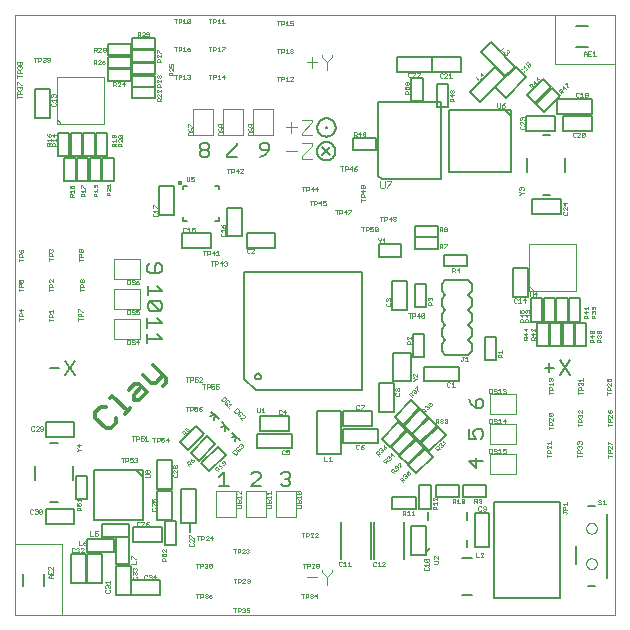
<source format=gto>
G75*
%MOIN*%
%OFA0B0*%
%FSLAX25Y25*%
%IPPOS*%
%LPD*%
%AMOC8*
5,1,8,0,0,1.08239X$1,22.5*
%
%ADD10C,0.00000*%
%ADD11C,0.00100*%
%ADD12C,0.00800*%
%ADD13C,0.00400*%
%ADD14C,0.01300*%
%ADD15C,0.00600*%
%ADD16C,0.00500*%
%ADD17C,0.00200*%
%ADD18C,0.00300*%
%ADD19C,0.00197*%
%ADD20C,0.00394*%
%ADD21C,0.01575*%
D10*
X0193378Y0168967D02*
X0377878Y0168967D01*
X0377878Y0352467D01*
X0357878Y0368967D02*
X0177878Y0368967D01*
X0177878Y0192467D01*
X0368206Y0197822D02*
X0368208Y0197906D01*
X0368214Y0197989D01*
X0368224Y0198072D01*
X0368238Y0198155D01*
X0368255Y0198237D01*
X0368277Y0198318D01*
X0368302Y0198397D01*
X0368331Y0198476D01*
X0368364Y0198553D01*
X0368400Y0198628D01*
X0368440Y0198702D01*
X0368483Y0198774D01*
X0368530Y0198843D01*
X0368580Y0198910D01*
X0368633Y0198975D01*
X0368689Y0199037D01*
X0368747Y0199097D01*
X0368809Y0199154D01*
X0368873Y0199207D01*
X0368940Y0199258D01*
X0369009Y0199305D01*
X0369080Y0199350D01*
X0369153Y0199390D01*
X0369228Y0199427D01*
X0369305Y0199461D01*
X0369383Y0199491D01*
X0369462Y0199517D01*
X0369543Y0199540D01*
X0369625Y0199558D01*
X0369707Y0199573D01*
X0369790Y0199584D01*
X0369873Y0199591D01*
X0369957Y0199594D01*
X0370041Y0199593D01*
X0370124Y0199588D01*
X0370208Y0199579D01*
X0370290Y0199566D01*
X0370372Y0199550D01*
X0370453Y0199529D01*
X0370534Y0199505D01*
X0370612Y0199477D01*
X0370690Y0199445D01*
X0370766Y0199409D01*
X0370840Y0199370D01*
X0370912Y0199328D01*
X0370982Y0199282D01*
X0371050Y0199233D01*
X0371115Y0199181D01*
X0371178Y0199126D01*
X0371238Y0199068D01*
X0371296Y0199007D01*
X0371350Y0198943D01*
X0371402Y0198877D01*
X0371450Y0198809D01*
X0371495Y0198738D01*
X0371536Y0198665D01*
X0371575Y0198591D01*
X0371609Y0198515D01*
X0371640Y0198437D01*
X0371667Y0198358D01*
X0371691Y0198277D01*
X0371710Y0198196D01*
X0371726Y0198114D01*
X0371738Y0198031D01*
X0371746Y0197947D01*
X0371750Y0197864D01*
X0371750Y0197780D01*
X0371746Y0197697D01*
X0371738Y0197613D01*
X0371726Y0197530D01*
X0371710Y0197448D01*
X0371691Y0197367D01*
X0371667Y0197286D01*
X0371640Y0197207D01*
X0371609Y0197129D01*
X0371575Y0197053D01*
X0371536Y0196979D01*
X0371495Y0196906D01*
X0371450Y0196835D01*
X0371402Y0196767D01*
X0371350Y0196701D01*
X0371296Y0196637D01*
X0371238Y0196576D01*
X0371178Y0196518D01*
X0371115Y0196463D01*
X0371050Y0196411D01*
X0370982Y0196362D01*
X0370912Y0196316D01*
X0370840Y0196274D01*
X0370766Y0196235D01*
X0370690Y0196199D01*
X0370612Y0196167D01*
X0370534Y0196139D01*
X0370453Y0196115D01*
X0370372Y0196094D01*
X0370290Y0196078D01*
X0370208Y0196065D01*
X0370124Y0196056D01*
X0370041Y0196051D01*
X0369957Y0196050D01*
X0369873Y0196053D01*
X0369790Y0196060D01*
X0369707Y0196071D01*
X0369625Y0196086D01*
X0369543Y0196104D01*
X0369462Y0196127D01*
X0369383Y0196153D01*
X0369305Y0196183D01*
X0369228Y0196217D01*
X0369153Y0196254D01*
X0369080Y0196294D01*
X0369009Y0196339D01*
X0368940Y0196386D01*
X0368873Y0196437D01*
X0368809Y0196490D01*
X0368747Y0196547D01*
X0368689Y0196607D01*
X0368633Y0196669D01*
X0368580Y0196734D01*
X0368530Y0196801D01*
X0368483Y0196870D01*
X0368440Y0196942D01*
X0368400Y0197016D01*
X0368364Y0197091D01*
X0368331Y0197168D01*
X0368302Y0197247D01*
X0368277Y0197326D01*
X0368255Y0197407D01*
X0368238Y0197489D01*
X0368224Y0197572D01*
X0368214Y0197655D01*
X0368208Y0197738D01*
X0368206Y0197822D01*
X0368206Y0186011D02*
X0368208Y0186095D01*
X0368214Y0186178D01*
X0368224Y0186261D01*
X0368238Y0186344D01*
X0368255Y0186426D01*
X0368277Y0186507D01*
X0368302Y0186586D01*
X0368331Y0186665D01*
X0368364Y0186742D01*
X0368400Y0186817D01*
X0368440Y0186891D01*
X0368483Y0186963D01*
X0368530Y0187032D01*
X0368580Y0187099D01*
X0368633Y0187164D01*
X0368689Y0187226D01*
X0368747Y0187286D01*
X0368809Y0187343D01*
X0368873Y0187396D01*
X0368940Y0187447D01*
X0369009Y0187494D01*
X0369080Y0187539D01*
X0369153Y0187579D01*
X0369228Y0187616D01*
X0369305Y0187650D01*
X0369383Y0187680D01*
X0369462Y0187706D01*
X0369543Y0187729D01*
X0369625Y0187747D01*
X0369707Y0187762D01*
X0369790Y0187773D01*
X0369873Y0187780D01*
X0369957Y0187783D01*
X0370041Y0187782D01*
X0370124Y0187777D01*
X0370208Y0187768D01*
X0370290Y0187755D01*
X0370372Y0187739D01*
X0370453Y0187718D01*
X0370534Y0187694D01*
X0370612Y0187666D01*
X0370690Y0187634D01*
X0370766Y0187598D01*
X0370840Y0187559D01*
X0370912Y0187517D01*
X0370982Y0187471D01*
X0371050Y0187422D01*
X0371115Y0187370D01*
X0371178Y0187315D01*
X0371238Y0187257D01*
X0371296Y0187196D01*
X0371350Y0187132D01*
X0371402Y0187066D01*
X0371450Y0186998D01*
X0371495Y0186927D01*
X0371536Y0186854D01*
X0371575Y0186780D01*
X0371609Y0186704D01*
X0371640Y0186626D01*
X0371667Y0186547D01*
X0371691Y0186466D01*
X0371710Y0186385D01*
X0371726Y0186303D01*
X0371738Y0186220D01*
X0371746Y0186136D01*
X0371750Y0186053D01*
X0371750Y0185969D01*
X0371746Y0185886D01*
X0371738Y0185802D01*
X0371726Y0185719D01*
X0371710Y0185637D01*
X0371691Y0185556D01*
X0371667Y0185475D01*
X0371640Y0185396D01*
X0371609Y0185318D01*
X0371575Y0185242D01*
X0371536Y0185168D01*
X0371495Y0185095D01*
X0371450Y0185024D01*
X0371402Y0184956D01*
X0371350Y0184890D01*
X0371296Y0184826D01*
X0371238Y0184765D01*
X0371178Y0184707D01*
X0371115Y0184652D01*
X0371050Y0184600D01*
X0370982Y0184551D01*
X0370912Y0184505D01*
X0370840Y0184463D01*
X0370766Y0184424D01*
X0370690Y0184388D01*
X0370612Y0184356D01*
X0370534Y0184328D01*
X0370453Y0184304D01*
X0370372Y0184283D01*
X0370290Y0184267D01*
X0370208Y0184254D01*
X0370124Y0184245D01*
X0370041Y0184240D01*
X0369957Y0184239D01*
X0369873Y0184242D01*
X0369790Y0184249D01*
X0369707Y0184260D01*
X0369625Y0184275D01*
X0369543Y0184293D01*
X0369462Y0184316D01*
X0369383Y0184342D01*
X0369305Y0184372D01*
X0369228Y0184406D01*
X0369153Y0184443D01*
X0369080Y0184483D01*
X0369009Y0184528D01*
X0368940Y0184575D01*
X0368873Y0184626D01*
X0368809Y0184679D01*
X0368747Y0184736D01*
X0368689Y0184796D01*
X0368633Y0184858D01*
X0368580Y0184923D01*
X0368530Y0184990D01*
X0368483Y0185059D01*
X0368440Y0185131D01*
X0368400Y0185205D01*
X0368364Y0185280D01*
X0368331Y0185357D01*
X0368302Y0185436D01*
X0368277Y0185515D01*
X0368255Y0185596D01*
X0368238Y0185678D01*
X0368224Y0185761D01*
X0368214Y0185844D01*
X0368208Y0185927D01*
X0368206Y0186011D01*
D11*
X0193378Y0168967D02*
X0177878Y0168967D01*
X0177878Y0192467D01*
X0193378Y0192467D01*
X0193378Y0168967D01*
X0207977Y0176597D02*
X0208227Y0176347D01*
X0209228Y0176347D01*
X0209478Y0176597D01*
X0209478Y0177098D01*
X0209228Y0177348D01*
X0209228Y0177820D02*
X0209478Y0178070D01*
X0209478Y0178571D01*
X0209228Y0178821D01*
X0208978Y0178821D01*
X0208728Y0178571D01*
X0208728Y0178321D01*
X0208728Y0178571D02*
X0208478Y0178821D01*
X0208227Y0178821D01*
X0207977Y0178571D01*
X0207977Y0178070D01*
X0208227Y0177820D01*
X0208227Y0177348D02*
X0207977Y0177098D01*
X0207977Y0176597D01*
X0208478Y0179293D02*
X0207977Y0179794D01*
X0209478Y0179794D01*
X0209478Y0180294D02*
X0209478Y0179293D01*
X0217027Y0180947D02*
X0217277Y0180697D01*
X0218278Y0180697D01*
X0218528Y0180947D01*
X0218528Y0181448D01*
X0218278Y0181698D01*
X0218278Y0182170D02*
X0218528Y0182420D01*
X0218528Y0182921D01*
X0218278Y0183171D01*
X0218028Y0183171D01*
X0217778Y0182921D01*
X0217778Y0182671D01*
X0217778Y0182921D02*
X0217528Y0183171D01*
X0217277Y0183171D01*
X0217027Y0182921D01*
X0217027Y0182420D01*
X0217277Y0182170D01*
X0217277Y0181698D02*
X0217027Y0181448D01*
X0217027Y0180947D01*
X0217277Y0183643D02*
X0217027Y0183894D01*
X0217027Y0184394D01*
X0217277Y0184644D01*
X0217528Y0184644D01*
X0217778Y0184394D01*
X0218028Y0184644D01*
X0218278Y0184644D01*
X0218528Y0184394D01*
X0218528Y0183894D01*
X0218278Y0183643D01*
X0217778Y0184144D02*
X0217778Y0184394D01*
X0218028Y0186070D02*
X0218028Y0187071D01*
X0218028Y0187543D02*
X0217778Y0187543D01*
X0216777Y0188544D01*
X0216527Y0188544D01*
X0216527Y0187543D01*
X0216527Y0186070D02*
X0218028Y0186070D01*
X0221179Y0182318D02*
X0220928Y0182068D01*
X0220928Y0181067D01*
X0221179Y0180817D01*
X0221679Y0180817D01*
X0221929Y0181067D01*
X0222402Y0181067D02*
X0222652Y0180817D01*
X0223152Y0180817D01*
X0223403Y0181067D01*
X0223403Y0181317D01*
X0223152Y0181567D01*
X0222902Y0181567D01*
X0223152Y0181567D02*
X0223403Y0181818D01*
X0223403Y0182068D01*
X0223152Y0182318D01*
X0222652Y0182318D01*
X0222402Y0182068D01*
X0221929Y0182068D02*
X0221679Y0182318D01*
X0221179Y0182318D01*
X0223875Y0181567D02*
X0224876Y0181567D01*
X0224626Y0180817D02*
X0224626Y0182318D01*
X0223875Y0181567D01*
X0235977Y0192047D02*
X0236227Y0191797D01*
X0237228Y0191797D01*
X0237478Y0192047D01*
X0237478Y0192548D01*
X0237228Y0192798D01*
X0237478Y0193270D02*
X0236478Y0194271D01*
X0236227Y0194271D01*
X0235977Y0194021D01*
X0235977Y0193520D01*
X0236227Y0193270D01*
X0236227Y0192798D02*
X0235977Y0192548D01*
X0235977Y0192047D01*
X0237478Y0193270D02*
X0237478Y0194271D01*
X0237478Y0194743D02*
X0237228Y0194743D01*
X0236227Y0195744D01*
X0235977Y0195744D01*
X0235977Y0194743D01*
X0222376Y0198767D02*
X0222376Y0199017D01*
X0222126Y0199267D01*
X0221375Y0199267D01*
X0221375Y0198767D01*
X0221625Y0198517D01*
X0222126Y0198517D01*
X0222376Y0198767D01*
X0221375Y0199267D02*
X0221875Y0199768D01*
X0222376Y0200018D01*
X0220903Y0199768D02*
X0220652Y0200018D01*
X0220152Y0200018D01*
X0219902Y0199768D01*
X0219429Y0199768D02*
X0219179Y0200018D01*
X0218679Y0200018D01*
X0218428Y0199768D01*
X0218428Y0198767D01*
X0218679Y0198517D01*
X0219179Y0198517D01*
X0219429Y0198767D01*
X0219902Y0198517D02*
X0220903Y0199518D01*
X0220903Y0199768D01*
X0220903Y0198517D02*
X0219902Y0198517D01*
X0223577Y0203697D02*
X0224578Y0203697D01*
X0224828Y0203947D01*
X0224828Y0204448D01*
X0224578Y0204698D01*
X0224828Y0205170D02*
X0223828Y0206171D01*
X0223577Y0206171D01*
X0223327Y0205921D01*
X0223327Y0205420D01*
X0223577Y0205170D01*
X0223577Y0204698D02*
X0223327Y0204448D01*
X0223327Y0203947D01*
X0223577Y0203697D01*
X0224828Y0205170D02*
X0224828Y0206171D01*
X0224578Y0206643D02*
X0224828Y0206894D01*
X0224828Y0207394D01*
X0224578Y0207644D01*
X0224078Y0207644D01*
X0223828Y0207394D01*
X0223828Y0207144D01*
X0224078Y0206643D01*
X0223327Y0206643D01*
X0223327Y0207644D01*
X0222478Y0214770D02*
X0222728Y0215020D01*
X0222728Y0215521D01*
X0222478Y0215771D01*
X0221227Y0215771D01*
X0221477Y0216243D02*
X0221728Y0216243D01*
X0221978Y0216494D01*
X0221978Y0216994D01*
X0222228Y0217244D01*
X0222478Y0217244D01*
X0222728Y0216994D01*
X0222728Y0216494D01*
X0222478Y0216243D01*
X0222228Y0216243D01*
X0221978Y0216494D01*
X0221978Y0216994D02*
X0221728Y0217244D01*
X0221477Y0217244D01*
X0221227Y0216994D01*
X0221227Y0216494D01*
X0221477Y0216243D01*
X0221227Y0214770D02*
X0222478Y0214770D01*
X0218337Y0219791D02*
X0217837Y0219791D01*
X0217586Y0220042D01*
X0217114Y0220042D02*
X0216864Y0219791D01*
X0216363Y0219791D01*
X0216113Y0220042D01*
X0216113Y0220542D02*
X0216613Y0220792D01*
X0216864Y0220792D01*
X0217114Y0220542D01*
X0217114Y0220042D01*
X0218087Y0220542D02*
X0218337Y0220542D01*
X0218587Y0220292D01*
X0218587Y0220042D01*
X0218337Y0219791D01*
X0218337Y0220542D02*
X0218587Y0220792D01*
X0218587Y0221043D01*
X0218337Y0221293D01*
X0217837Y0221293D01*
X0217586Y0221043D01*
X0217114Y0221293D02*
X0216113Y0221293D01*
X0216113Y0220542D01*
X0215641Y0220542D02*
X0215390Y0220292D01*
X0214640Y0220292D01*
X0214640Y0219791D02*
X0214640Y0221293D01*
X0215390Y0221293D01*
X0215641Y0221043D01*
X0215641Y0220542D01*
X0214167Y0221293D02*
X0213167Y0221293D01*
X0213667Y0221293D02*
X0213667Y0219791D01*
X0217217Y0226941D02*
X0217217Y0228443D01*
X0216717Y0228443D02*
X0217717Y0228443D01*
X0218190Y0228443D02*
X0218940Y0228443D01*
X0219191Y0228193D01*
X0219191Y0227692D01*
X0218940Y0227442D01*
X0218190Y0227442D01*
X0218190Y0226941D02*
X0218190Y0228443D01*
X0219663Y0228443D02*
X0219663Y0227692D01*
X0220163Y0227942D01*
X0220414Y0227942D01*
X0220664Y0227692D01*
X0220664Y0227192D01*
X0220414Y0226941D01*
X0219913Y0226941D01*
X0219663Y0227192D01*
X0219663Y0228443D02*
X0220664Y0228443D01*
X0221136Y0227942D02*
X0221637Y0228443D01*
X0221637Y0226941D01*
X0222137Y0226941D02*
X0221136Y0226941D01*
X0223617Y0228043D02*
X0224617Y0228043D01*
X0225090Y0228043D02*
X0225840Y0228043D01*
X0226091Y0227793D01*
X0226091Y0227292D01*
X0225840Y0227042D01*
X0225090Y0227042D01*
X0225090Y0226541D02*
X0225090Y0228043D01*
X0224117Y0228043D02*
X0224117Y0226541D01*
X0226563Y0226792D02*
X0226813Y0226541D01*
X0227314Y0226541D01*
X0227564Y0226792D01*
X0227564Y0227292D01*
X0227314Y0227542D01*
X0227063Y0227542D01*
X0226563Y0227292D01*
X0226563Y0228043D01*
X0227564Y0228043D01*
X0228036Y0227292D02*
X0229037Y0227292D01*
X0228787Y0226541D02*
X0228787Y0228043D01*
X0228036Y0227292D01*
X0230677Y0218794D02*
X0230928Y0218794D01*
X0231178Y0218544D01*
X0231178Y0218044D01*
X0230928Y0217793D01*
X0230677Y0217793D01*
X0230427Y0218044D01*
X0230427Y0218544D01*
X0230677Y0218794D01*
X0231178Y0218544D02*
X0231428Y0218794D01*
X0231678Y0218794D01*
X0231928Y0218544D01*
X0231928Y0218044D01*
X0231678Y0217793D01*
X0231428Y0217793D01*
X0231178Y0218044D01*
X0230928Y0217321D02*
X0230677Y0217321D01*
X0230427Y0217071D01*
X0230427Y0216570D01*
X0230677Y0216320D01*
X0230677Y0215848D02*
X0230427Y0215598D01*
X0230427Y0215097D01*
X0230677Y0214847D01*
X0231678Y0214847D01*
X0231928Y0215097D01*
X0231928Y0215598D01*
X0231678Y0215848D01*
X0231928Y0216320D02*
X0230928Y0217321D01*
X0231928Y0217321D02*
X0231928Y0216320D01*
X0250271Y0223340D02*
X0250802Y0223871D01*
X0251156Y0223871D01*
X0251864Y0223163D01*
X0251864Y0222809D01*
X0251333Y0222278D01*
X0250271Y0223340D01*
X0251490Y0224205D02*
X0251667Y0224028D01*
X0252021Y0224028D01*
X0252375Y0224382D01*
X0252729Y0224382D01*
X0252905Y0224205D01*
X0252905Y0223851D01*
X0252552Y0223497D01*
X0252198Y0223497D01*
X0251490Y0224205D02*
X0251490Y0224558D01*
X0251844Y0224912D01*
X0252198Y0224912D01*
X0252532Y0225246D02*
X0252532Y0225600D01*
X0252886Y0225954D01*
X0253239Y0225954D01*
X0253416Y0225777D01*
X0253416Y0225423D01*
X0253770Y0225423D01*
X0253947Y0225246D01*
X0253947Y0224893D01*
X0253593Y0224539D01*
X0253239Y0224539D01*
X0253239Y0225246D02*
X0253416Y0225423D01*
X0266828Y0223668D02*
X0266828Y0222667D01*
X0267079Y0222417D01*
X0267579Y0222417D01*
X0267829Y0222667D01*
X0268302Y0222667D02*
X0268552Y0222417D01*
X0269052Y0222417D01*
X0269303Y0222667D01*
X0269303Y0223167D01*
X0269052Y0223418D01*
X0268802Y0223418D01*
X0268302Y0223167D01*
X0268302Y0223918D01*
X0269303Y0223918D01*
X0267829Y0223668D02*
X0267579Y0223918D01*
X0267079Y0223918D01*
X0266828Y0223668D01*
X0253578Y0233959D02*
X0252871Y0234667D01*
X0254286Y0234667D01*
X0254463Y0234844D01*
X0254463Y0235198D01*
X0254109Y0235552D01*
X0253755Y0235552D01*
X0253421Y0235886D02*
X0253421Y0236240D01*
X0253067Y0236593D01*
X0252714Y0236593D01*
X0252537Y0236417D01*
X0252537Y0236063D01*
X0252891Y0235709D01*
X0252891Y0235355D01*
X0252714Y0235178D01*
X0252360Y0235178D01*
X0252006Y0235532D01*
X0252006Y0235886D01*
X0251672Y0236220D02*
X0252380Y0236927D01*
X0252380Y0237281D01*
X0251849Y0237812D01*
X0250787Y0236751D01*
X0251318Y0236220D01*
X0251672Y0236220D01*
X0249264Y0237845D02*
X0248556Y0238553D01*
X0248910Y0238199D02*
X0249972Y0239260D01*
X0249264Y0239260D01*
X0249107Y0239771D02*
X0249107Y0240125D01*
X0248753Y0240479D01*
X0248399Y0240479D01*
X0248222Y0240302D01*
X0248222Y0239948D01*
X0248576Y0239594D01*
X0248576Y0239241D01*
X0248399Y0239064D01*
X0248045Y0239064D01*
X0247691Y0239417D01*
X0247691Y0239771D01*
X0247357Y0240105D02*
X0248065Y0240813D01*
X0248065Y0241167D01*
X0247534Y0241698D01*
X0246473Y0240636D01*
X0247004Y0240105D01*
X0247357Y0240105D01*
X0245487Y0244291D02*
X0244987Y0244291D01*
X0244736Y0244542D01*
X0244264Y0244542D02*
X0244014Y0244291D01*
X0243513Y0244291D01*
X0243263Y0244542D01*
X0243263Y0245042D02*
X0243763Y0245292D01*
X0244014Y0245292D01*
X0244264Y0245042D01*
X0244264Y0244542D01*
X0244736Y0245042D02*
X0245237Y0245292D01*
X0245487Y0245292D01*
X0245737Y0245042D01*
X0245737Y0244542D01*
X0245487Y0244291D01*
X0244736Y0245042D02*
X0244736Y0245793D01*
X0245737Y0245793D01*
X0244264Y0245793D02*
X0243263Y0245793D01*
X0243263Y0245042D01*
X0242791Y0245042D02*
X0242540Y0244792D01*
X0241790Y0244792D01*
X0241790Y0244291D02*
X0241790Y0245793D01*
X0242540Y0245793D01*
X0242791Y0245543D01*
X0242791Y0245042D01*
X0241317Y0245793D02*
X0240317Y0245793D01*
X0240817Y0245793D02*
X0240817Y0244291D01*
X0240187Y0246641D02*
X0239186Y0246641D01*
X0240187Y0247642D01*
X0240187Y0247893D01*
X0239937Y0248143D01*
X0239437Y0248143D01*
X0239186Y0247893D01*
X0238714Y0248143D02*
X0237713Y0248143D01*
X0237713Y0247392D01*
X0238213Y0247642D01*
X0238464Y0247642D01*
X0238714Y0247392D01*
X0238714Y0246892D01*
X0238464Y0246641D01*
X0237963Y0246641D01*
X0237713Y0246892D01*
X0237241Y0247392D02*
X0236990Y0247142D01*
X0236240Y0247142D01*
X0236240Y0246641D02*
X0236240Y0248143D01*
X0236990Y0248143D01*
X0237241Y0247893D01*
X0237241Y0247392D01*
X0235767Y0248143D02*
X0234767Y0248143D01*
X0235267Y0248143D02*
X0235267Y0246641D01*
X0235167Y0238393D02*
X0235167Y0236891D01*
X0236140Y0236891D02*
X0236140Y0238393D01*
X0236890Y0238393D01*
X0237141Y0238143D01*
X0237141Y0237642D01*
X0236890Y0237392D01*
X0236140Y0237392D01*
X0235667Y0238393D02*
X0234667Y0238393D01*
X0237613Y0238393D02*
X0237613Y0237642D01*
X0238113Y0237892D01*
X0238364Y0237892D01*
X0238614Y0237642D01*
X0238614Y0237142D01*
X0238364Y0236891D01*
X0237863Y0236891D01*
X0237613Y0237142D01*
X0237613Y0238393D02*
X0238614Y0238393D01*
X0239086Y0237642D02*
X0239837Y0237642D01*
X0240087Y0237392D01*
X0240087Y0237142D01*
X0239837Y0236891D01*
X0239337Y0236891D01*
X0239086Y0237142D01*
X0239086Y0237642D01*
X0239587Y0238143D01*
X0240087Y0238393D01*
X0265728Y0237018D02*
X0265728Y0236017D01*
X0265979Y0235767D01*
X0266479Y0235767D01*
X0266729Y0236017D01*
X0267202Y0236517D02*
X0268203Y0236517D01*
X0267952Y0235767D02*
X0267952Y0237268D01*
X0267202Y0236517D01*
X0266729Y0237018D02*
X0266479Y0237268D01*
X0265979Y0237268D01*
X0265728Y0237018D01*
X0291628Y0237667D02*
X0291879Y0237417D01*
X0292379Y0237417D01*
X0292629Y0237667D01*
X0293102Y0237667D02*
X0293102Y0237417D01*
X0293102Y0237667D02*
X0294103Y0238668D01*
X0294103Y0238918D01*
X0293102Y0238918D01*
X0292629Y0238668D02*
X0292379Y0238918D01*
X0291879Y0238918D01*
X0291628Y0238668D01*
X0291628Y0237667D01*
X0291779Y0225718D02*
X0291528Y0225468D01*
X0291528Y0224467D01*
X0291779Y0224217D01*
X0292279Y0224217D01*
X0292529Y0224467D01*
X0293002Y0224467D02*
X0293252Y0224217D01*
X0293752Y0224217D01*
X0294003Y0224467D01*
X0294003Y0224717D01*
X0293752Y0224967D01*
X0293002Y0224967D01*
X0293002Y0224467D01*
X0293002Y0224967D02*
X0293502Y0225468D01*
X0294003Y0225718D01*
X0292529Y0225468D02*
X0292279Y0225718D01*
X0291779Y0225718D01*
X0304677Y0242070D02*
X0305678Y0242070D01*
X0305928Y0242320D01*
X0305928Y0242821D01*
X0305678Y0243071D01*
X0305678Y0243543D02*
X0305428Y0243543D01*
X0305178Y0243794D01*
X0305178Y0244294D01*
X0305428Y0244544D01*
X0305678Y0244544D01*
X0305928Y0244294D01*
X0305928Y0243794D01*
X0305678Y0243543D01*
X0305178Y0243794D02*
X0304928Y0243543D01*
X0304677Y0243543D01*
X0304427Y0243794D01*
X0304427Y0244294D01*
X0304677Y0244544D01*
X0304928Y0244544D01*
X0305178Y0244294D01*
X0304677Y0243071D02*
X0304427Y0242821D01*
X0304427Y0242320D01*
X0304677Y0242070D01*
X0310427Y0246920D02*
X0310677Y0246920D01*
X0311178Y0247421D01*
X0311928Y0247421D01*
X0311178Y0247421D02*
X0310677Y0247921D01*
X0310427Y0247921D01*
X0310677Y0248393D02*
X0310427Y0248644D01*
X0310427Y0249144D01*
X0310677Y0249394D01*
X0310928Y0249394D01*
X0311928Y0248393D01*
X0311928Y0249394D01*
X0321882Y0246168D02*
X0321882Y0245167D01*
X0322132Y0244917D01*
X0322633Y0244917D01*
X0322883Y0245167D01*
X0323355Y0244917D02*
X0324356Y0244917D01*
X0323856Y0244917D02*
X0323856Y0246418D01*
X0323355Y0245918D01*
X0322883Y0246168D02*
X0322633Y0246418D01*
X0322132Y0246418D01*
X0321882Y0246168D01*
X0326629Y0253567D02*
X0326879Y0253567D01*
X0327129Y0253817D01*
X0327129Y0255068D01*
X0326879Y0255068D02*
X0327379Y0255068D01*
X0327852Y0254568D02*
X0328352Y0255068D01*
X0328352Y0253567D01*
X0327852Y0253567D02*
X0328853Y0253567D01*
X0326629Y0253567D02*
X0326378Y0253817D01*
X0335928Y0244268D02*
X0336679Y0244268D01*
X0336929Y0244018D01*
X0336929Y0243017D01*
X0336679Y0242767D01*
X0335928Y0242767D01*
X0335928Y0244268D01*
X0337402Y0244018D02*
X0337402Y0243768D01*
X0337652Y0243517D01*
X0338152Y0243517D01*
X0338403Y0243267D01*
X0338403Y0243017D01*
X0338152Y0242767D01*
X0337652Y0242767D01*
X0337402Y0243017D01*
X0337402Y0244018D02*
X0337652Y0244268D01*
X0338152Y0244268D01*
X0338403Y0244018D01*
X0338875Y0243768D02*
X0339375Y0244268D01*
X0339375Y0242767D01*
X0338875Y0242767D02*
X0339876Y0242767D01*
X0340348Y0243017D02*
X0340598Y0242767D01*
X0341099Y0242767D01*
X0341349Y0243017D01*
X0341349Y0243267D01*
X0341099Y0243517D01*
X0340849Y0243517D01*
X0341099Y0243517D02*
X0341349Y0243768D01*
X0341349Y0244018D01*
X0341099Y0244268D01*
X0340598Y0244268D01*
X0340348Y0244018D01*
X0341099Y0234268D02*
X0340348Y0233517D01*
X0341349Y0233517D01*
X0341099Y0232767D02*
X0341099Y0234268D01*
X0339375Y0234268D02*
X0339375Y0232767D01*
X0338875Y0232767D02*
X0339876Y0232767D01*
X0338875Y0233768D02*
X0339375Y0234268D01*
X0338403Y0234018D02*
X0338152Y0234268D01*
X0337652Y0234268D01*
X0337402Y0234018D01*
X0337402Y0233768D01*
X0337652Y0233517D01*
X0338152Y0233517D01*
X0338403Y0233267D01*
X0338403Y0233017D01*
X0338152Y0232767D01*
X0337652Y0232767D01*
X0337402Y0233017D01*
X0336929Y0233017D02*
X0336929Y0234018D01*
X0336679Y0234268D01*
X0335928Y0234268D01*
X0335928Y0232767D01*
X0336679Y0232767D01*
X0336929Y0233017D01*
X0336679Y0224268D02*
X0335928Y0224268D01*
X0335928Y0222767D01*
X0336679Y0222767D01*
X0336929Y0223017D01*
X0336929Y0224018D01*
X0336679Y0224268D01*
X0337402Y0224018D02*
X0337402Y0223768D01*
X0337652Y0223517D01*
X0338152Y0223517D01*
X0338403Y0223267D01*
X0338403Y0223017D01*
X0338152Y0222767D01*
X0337652Y0222767D01*
X0337402Y0223017D01*
X0337402Y0224018D02*
X0337652Y0224268D01*
X0338152Y0224268D01*
X0338403Y0224018D01*
X0338875Y0223768D02*
X0339375Y0224268D01*
X0339375Y0222767D01*
X0338875Y0222767D02*
X0339876Y0222767D01*
X0340348Y0223017D02*
X0340598Y0222767D01*
X0341099Y0222767D01*
X0341349Y0223017D01*
X0341349Y0223517D01*
X0341099Y0223768D01*
X0340849Y0223768D01*
X0340348Y0223517D01*
X0340348Y0224268D01*
X0341349Y0224268D01*
X0334506Y0205118D02*
X0334005Y0205118D01*
X0333755Y0204868D01*
X0333755Y0204618D01*
X0334005Y0204367D01*
X0334756Y0204367D01*
X0334756Y0203867D02*
X0334756Y0204868D01*
X0334506Y0205118D01*
X0333283Y0204868D02*
X0333033Y0205118D01*
X0332532Y0205118D01*
X0332282Y0204868D01*
X0332282Y0203867D01*
X0332532Y0203617D01*
X0333033Y0203617D01*
X0333283Y0203867D01*
X0333755Y0203867D02*
X0334005Y0203617D01*
X0334506Y0203617D01*
X0334756Y0203867D01*
X0318828Y0188541D02*
X0318828Y0187540D01*
X0317828Y0188541D01*
X0317577Y0188541D01*
X0317327Y0188291D01*
X0317327Y0187790D01*
X0317577Y0187540D01*
X0317327Y0187068D02*
X0318578Y0187068D01*
X0318828Y0186817D01*
X0318828Y0186317D01*
X0318578Y0186067D01*
X0317327Y0186067D01*
X0315728Y0186221D02*
X0315728Y0185220D01*
X0315728Y0185721D02*
X0314227Y0185721D01*
X0314728Y0185220D01*
X0314477Y0184748D02*
X0314227Y0184498D01*
X0314227Y0183997D01*
X0314477Y0183747D01*
X0315478Y0183747D01*
X0315728Y0183997D01*
X0315728Y0184498D01*
X0315478Y0184748D01*
X0315478Y0186693D02*
X0314477Y0187694D01*
X0315478Y0187694D01*
X0315728Y0187444D01*
X0315728Y0186944D01*
X0315478Y0186693D01*
X0314477Y0186693D01*
X0314227Y0186944D01*
X0314227Y0187444D01*
X0314477Y0187694D01*
X0301206Y0186349D02*
X0300955Y0186599D01*
X0300455Y0186599D01*
X0300205Y0186349D01*
X0301206Y0186349D02*
X0301206Y0186099D01*
X0300205Y0185098D01*
X0301206Y0185098D01*
X0299732Y0185098D02*
X0298732Y0185098D01*
X0299232Y0185098D02*
X0299232Y0186599D01*
X0298732Y0186099D01*
X0298259Y0186349D02*
X0298009Y0186599D01*
X0297509Y0186599D01*
X0297258Y0186349D01*
X0297258Y0185348D01*
X0297509Y0185098D01*
X0298009Y0185098D01*
X0298259Y0185348D01*
X0289706Y0185198D02*
X0288705Y0185198D01*
X0288232Y0185198D02*
X0287232Y0185198D01*
X0287732Y0185198D02*
X0287732Y0186699D01*
X0287232Y0186199D01*
X0286759Y0186449D02*
X0286509Y0186699D01*
X0286009Y0186699D01*
X0285758Y0186449D01*
X0285758Y0185448D01*
X0286009Y0185198D01*
X0286509Y0185198D01*
X0286759Y0185448D01*
X0288705Y0186199D02*
X0289205Y0186699D01*
X0289205Y0185198D01*
X0273128Y0204674D02*
X0273128Y0205424D01*
X0272878Y0205675D01*
X0271877Y0205675D01*
X0271627Y0205424D01*
X0271627Y0204674D01*
X0273128Y0204674D01*
X0272878Y0206147D02*
X0273128Y0206397D01*
X0273128Y0206898D01*
X0272878Y0207148D01*
X0272628Y0207148D01*
X0272378Y0206898D01*
X0272378Y0206397D01*
X0272128Y0206147D01*
X0271877Y0206147D01*
X0271627Y0206397D01*
X0271627Y0206898D01*
X0271877Y0207148D01*
X0272128Y0207620D02*
X0271627Y0208121D01*
X0273128Y0208121D01*
X0273128Y0208621D02*
X0273128Y0207620D01*
X0272878Y0209093D02*
X0271877Y0210094D01*
X0272878Y0210094D01*
X0273128Y0209844D01*
X0273128Y0209344D01*
X0272878Y0209093D01*
X0271877Y0209093D01*
X0271627Y0209344D01*
X0271627Y0209844D01*
X0271877Y0210094D01*
X0263128Y0210094D02*
X0263128Y0209093D01*
X0263128Y0208621D02*
X0263128Y0207620D01*
X0263128Y0208121D02*
X0261627Y0208121D01*
X0262128Y0207620D01*
X0261877Y0207148D02*
X0261627Y0206898D01*
X0261627Y0206397D01*
X0261877Y0206147D01*
X0262128Y0206147D01*
X0262378Y0206397D01*
X0262378Y0206898D01*
X0262628Y0207148D01*
X0262878Y0207148D01*
X0263128Y0206898D01*
X0263128Y0206397D01*
X0262878Y0206147D01*
X0262878Y0205675D02*
X0261877Y0205675D01*
X0261627Y0205424D01*
X0261627Y0204674D01*
X0263128Y0204674D01*
X0263128Y0205424D01*
X0262878Y0205675D01*
X0262128Y0209093D02*
X0261627Y0209594D01*
X0263128Y0209594D01*
X0253128Y0210094D02*
X0253128Y0209093D01*
X0252128Y0210094D01*
X0251877Y0210094D01*
X0251627Y0209844D01*
X0251627Y0209344D01*
X0251877Y0209093D01*
X0251627Y0208121D02*
X0253128Y0208121D01*
X0253128Y0208621D02*
X0253128Y0207620D01*
X0252878Y0207148D02*
X0253128Y0206898D01*
X0253128Y0206397D01*
X0252878Y0206147D01*
X0252878Y0205675D02*
X0251877Y0205675D01*
X0251627Y0205424D01*
X0251627Y0204674D01*
X0253128Y0204674D01*
X0253128Y0205424D01*
X0252878Y0205675D01*
X0252378Y0206397D02*
X0252378Y0206898D01*
X0252628Y0207148D01*
X0252878Y0207148D01*
X0252128Y0207620D02*
X0251627Y0208121D01*
X0251877Y0207148D02*
X0251627Y0206898D01*
X0251627Y0206397D01*
X0251877Y0206147D01*
X0252128Y0206147D01*
X0252378Y0206397D01*
X0205406Y0196818D02*
X0204405Y0196818D01*
X0204405Y0196067D01*
X0204906Y0196318D01*
X0205156Y0196318D01*
X0205406Y0196067D01*
X0205406Y0195567D01*
X0205156Y0195317D01*
X0204655Y0195317D01*
X0204405Y0195567D01*
X0203933Y0195317D02*
X0202932Y0195317D01*
X0202932Y0196818D01*
X0201603Y0193718D02*
X0201102Y0193468D01*
X0200602Y0192967D01*
X0201352Y0192967D01*
X0201603Y0192717D01*
X0201603Y0192467D01*
X0201352Y0192217D01*
X0200852Y0192217D01*
X0200602Y0192467D01*
X0200602Y0192967D01*
X0200129Y0192217D02*
X0199128Y0192217D01*
X0199128Y0193718D01*
X0198952Y0191268D02*
X0199203Y0191018D01*
X0199203Y0190768D01*
X0198952Y0190517D01*
X0199203Y0190267D01*
X0199203Y0190017D01*
X0198952Y0189767D01*
X0198452Y0189767D01*
X0198202Y0190017D01*
X0197729Y0190017D02*
X0197479Y0189767D01*
X0196979Y0189767D01*
X0196728Y0190017D01*
X0196728Y0191018D01*
X0196979Y0191268D01*
X0197479Y0191268D01*
X0197729Y0191018D01*
X0198202Y0191018D02*
X0198452Y0191268D01*
X0198952Y0191268D01*
X0198952Y0190517D02*
X0198702Y0190517D01*
X0199675Y0191018D02*
X0199925Y0191268D01*
X0200426Y0191268D01*
X0200676Y0191018D01*
X0200676Y0190768D01*
X0199675Y0189767D01*
X0200676Y0189767D01*
X0190428Y0185044D02*
X0190428Y0184043D01*
X0189428Y0185044D01*
X0189177Y0185044D01*
X0188927Y0184794D01*
X0188927Y0184294D01*
X0189177Y0184043D01*
X0188927Y0183571D02*
X0188927Y0182570D01*
X0190428Y0182570D01*
X0190428Y0183571D01*
X0189678Y0183071D02*
X0189678Y0182570D01*
X0189678Y0182098D02*
X0189678Y0181097D01*
X0189428Y0181097D02*
X0188927Y0181597D01*
X0189428Y0182098D01*
X0190428Y0182098D01*
X0190428Y0181097D02*
X0189428Y0181097D01*
X0186556Y0202667D02*
X0186055Y0202667D01*
X0185805Y0202917D01*
X0186806Y0203918D01*
X0186806Y0202917D01*
X0186556Y0202667D01*
X0185805Y0202917D02*
X0185805Y0203918D01*
X0186055Y0204168D01*
X0186556Y0204168D01*
X0186806Y0203918D01*
X0185333Y0203918D02*
X0185333Y0203668D01*
X0185083Y0203417D01*
X0185333Y0203167D01*
X0185333Y0202917D01*
X0185083Y0202667D01*
X0184582Y0202667D01*
X0184332Y0202917D01*
X0183860Y0202917D02*
X0183609Y0202667D01*
X0183109Y0202667D01*
X0182859Y0202917D01*
X0182859Y0203918D01*
X0183109Y0204168D01*
X0183609Y0204168D01*
X0183860Y0203918D01*
X0184332Y0203918D02*
X0184582Y0204168D01*
X0185083Y0204168D01*
X0185333Y0203918D01*
X0185083Y0203417D02*
X0184832Y0203417D01*
X0198377Y0223420D02*
X0198627Y0223420D01*
X0199128Y0223921D01*
X0199878Y0223921D01*
X0199128Y0223921D02*
X0198627Y0224421D01*
X0198377Y0224421D01*
X0199128Y0224893D02*
X0199128Y0225894D01*
X0199878Y0225644D02*
X0198377Y0225644D01*
X0199128Y0224893D01*
X0187226Y0230567D02*
X0187226Y0231568D01*
X0186976Y0231818D01*
X0186475Y0231818D01*
X0186225Y0231568D01*
X0186225Y0231318D01*
X0186475Y0231067D01*
X0187226Y0231067D01*
X0187226Y0230567D02*
X0186976Y0230317D01*
X0186475Y0230317D01*
X0186225Y0230567D01*
X0185753Y0230317D02*
X0184752Y0230317D01*
X0185753Y0231318D01*
X0185753Y0231568D01*
X0185502Y0231818D01*
X0185002Y0231818D01*
X0184752Y0231568D01*
X0184279Y0231568D02*
X0184029Y0231818D01*
X0183529Y0231818D01*
X0183278Y0231568D01*
X0183278Y0230567D01*
X0183529Y0230317D01*
X0184029Y0230317D01*
X0184279Y0230567D01*
X0215259Y0259117D02*
X0216009Y0259117D01*
X0216260Y0259367D01*
X0216260Y0260368D01*
X0216009Y0260618D01*
X0215259Y0260618D01*
X0215259Y0259117D01*
X0216732Y0259367D02*
X0216982Y0259117D01*
X0217483Y0259117D01*
X0217733Y0259367D01*
X0217733Y0259617D01*
X0217483Y0259867D01*
X0216982Y0259867D01*
X0216732Y0260118D01*
X0216732Y0260368D01*
X0216982Y0260618D01*
X0217483Y0260618D01*
X0217733Y0260368D01*
X0218205Y0259867D02*
X0219206Y0259867D01*
X0218956Y0259117D02*
X0218956Y0260618D01*
X0218205Y0259867D01*
X0218455Y0269117D02*
X0218205Y0269367D01*
X0218455Y0269117D02*
X0218956Y0269117D01*
X0219206Y0269367D01*
X0219206Y0269867D01*
X0218956Y0270118D01*
X0218706Y0270118D01*
X0218205Y0269867D01*
X0218205Y0270618D01*
X0219206Y0270618D01*
X0217733Y0270368D02*
X0217483Y0270618D01*
X0216982Y0270618D01*
X0216732Y0270368D01*
X0216732Y0270118D01*
X0216982Y0269867D01*
X0217483Y0269867D01*
X0217733Y0269617D01*
X0217733Y0269367D01*
X0217483Y0269117D01*
X0216982Y0269117D01*
X0216732Y0269367D01*
X0216260Y0269367D02*
X0216260Y0270368D01*
X0216009Y0270618D01*
X0215259Y0270618D01*
X0215259Y0269117D01*
X0216009Y0269117D01*
X0216260Y0269367D01*
X0216009Y0279117D02*
X0216260Y0279367D01*
X0216260Y0280368D01*
X0216009Y0280618D01*
X0215259Y0280618D01*
X0215259Y0279117D01*
X0216009Y0279117D01*
X0216732Y0279367D02*
X0216982Y0279117D01*
X0217483Y0279117D01*
X0217733Y0279367D01*
X0217733Y0279617D01*
X0217483Y0279867D01*
X0216982Y0279867D01*
X0216732Y0280118D01*
X0216732Y0280368D01*
X0216982Y0280618D01*
X0217483Y0280618D01*
X0217733Y0280368D01*
X0218205Y0279867D02*
X0218956Y0279867D01*
X0219206Y0279617D01*
X0219206Y0279367D01*
X0218956Y0279117D01*
X0218455Y0279117D01*
X0218205Y0279367D01*
X0218205Y0279867D01*
X0218706Y0280368D01*
X0219206Y0280618D01*
X0233979Y0296567D02*
X0234479Y0296567D01*
X0234729Y0296817D01*
X0235202Y0296567D02*
X0236203Y0296567D01*
X0235702Y0296567D02*
X0235702Y0298068D01*
X0235202Y0297568D01*
X0234729Y0297818D02*
X0234479Y0298068D01*
X0233979Y0298068D01*
X0233728Y0297818D01*
X0233728Y0296817D01*
X0233979Y0296567D01*
X0236675Y0296817D02*
X0236925Y0296567D01*
X0237426Y0296567D01*
X0237676Y0296817D01*
X0237676Y0297317D01*
X0237426Y0297568D01*
X0237175Y0297568D01*
X0236675Y0297317D01*
X0236675Y0298068D01*
X0237676Y0298068D01*
X0246427Y0297090D02*
X0247928Y0297090D01*
X0247928Y0296590D02*
X0247928Y0297591D01*
X0247678Y0298063D02*
X0247928Y0298313D01*
X0247928Y0298814D01*
X0247678Y0299064D01*
X0247428Y0299064D01*
X0247178Y0298814D01*
X0247178Y0298063D01*
X0247678Y0298063D01*
X0247178Y0298063D02*
X0246677Y0298564D01*
X0246427Y0299064D01*
X0246427Y0297090D02*
X0246928Y0296590D01*
X0246677Y0296118D02*
X0246427Y0295867D01*
X0246427Y0295367D01*
X0246677Y0295117D01*
X0247678Y0295117D01*
X0247928Y0295367D01*
X0247928Y0295867D01*
X0247678Y0296118D01*
X0245368Y0290343D02*
X0245368Y0288842D01*
X0245868Y0288842D02*
X0244867Y0288842D01*
X0244145Y0288842D02*
X0244145Y0290343D01*
X0243394Y0289593D01*
X0244395Y0289593D01*
X0244867Y0289843D02*
X0245368Y0290343D01*
X0242921Y0290093D02*
X0242921Y0289593D01*
X0242671Y0289342D01*
X0241921Y0289342D01*
X0241921Y0288842D02*
X0241921Y0290343D01*
X0242671Y0290343D01*
X0242921Y0290093D01*
X0241448Y0290343D02*
X0240447Y0290343D01*
X0240948Y0290343D02*
X0240948Y0288842D01*
X0243097Y0286893D02*
X0244098Y0286893D01*
X0244571Y0286893D02*
X0245321Y0286893D01*
X0245571Y0286643D01*
X0245571Y0286143D01*
X0245321Y0285892D01*
X0244571Y0285892D01*
X0244571Y0285392D02*
X0244571Y0286893D01*
X0243598Y0286893D02*
X0243598Y0285392D01*
X0246044Y0286143D02*
X0247045Y0286143D01*
X0247517Y0286643D02*
X0247767Y0286893D01*
X0248268Y0286893D01*
X0248518Y0286643D01*
X0248518Y0286393D01*
X0248268Y0286143D01*
X0248518Y0285892D01*
X0248518Y0285642D01*
X0248268Y0285392D01*
X0247767Y0285392D01*
X0247517Y0285642D01*
X0248018Y0286143D02*
X0248268Y0286143D01*
X0246795Y0286893D02*
X0246044Y0286143D01*
X0246795Y0286893D02*
X0246795Y0285392D01*
X0255178Y0289817D02*
X0255429Y0289567D01*
X0255929Y0289567D01*
X0256179Y0289817D01*
X0256652Y0289567D02*
X0257653Y0290568D01*
X0257653Y0290818D01*
X0257402Y0291068D01*
X0256902Y0291068D01*
X0256652Y0290818D01*
X0256179Y0290818D02*
X0255929Y0291068D01*
X0255429Y0291068D01*
X0255178Y0290818D01*
X0255178Y0289817D01*
X0256652Y0289567D02*
X0257653Y0289567D01*
X0276498Y0305492D02*
X0276498Y0306993D01*
X0276998Y0306993D02*
X0275997Y0306993D01*
X0277471Y0306993D02*
X0277471Y0305492D01*
X0277471Y0305992D02*
X0278221Y0305992D01*
X0278471Y0306243D01*
X0278471Y0306743D01*
X0278221Y0306993D01*
X0277471Y0306993D01*
X0278944Y0306243D02*
X0279695Y0306993D01*
X0279695Y0305492D01*
X0280417Y0305742D02*
X0280667Y0305492D01*
X0281168Y0305492D01*
X0281418Y0305742D01*
X0281418Y0306243D01*
X0281168Y0306493D01*
X0280918Y0306493D01*
X0280417Y0306243D01*
X0280417Y0306993D01*
X0281418Y0306993D01*
X0279945Y0306243D02*
X0278944Y0306243D01*
X0278618Y0310092D02*
X0278618Y0311593D01*
X0277867Y0310843D01*
X0278868Y0310843D01*
X0277395Y0310843D02*
X0276394Y0310843D01*
X0277145Y0311593D01*
X0277145Y0310092D01*
X0275921Y0310843D02*
X0275921Y0311343D01*
X0275671Y0311593D01*
X0274921Y0311593D01*
X0274921Y0310092D01*
X0274921Y0310592D02*
X0275671Y0310592D01*
X0275921Y0310843D01*
X0274448Y0311593D02*
X0273447Y0311593D01*
X0273948Y0311593D02*
X0273948Y0310092D01*
X0284497Y0303943D02*
X0285498Y0303943D01*
X0285971Y0303943D02*
X0286721Y0303943D01*
X0286971Y0303693D01*
X0286971Y0303193D01*
X0286721Y0302942D01*
X0285971Y0302942D01*
X0285971Y0302442D02*
X0285971Y0303943D01*
X0284998Y0303943D02*
X0284998Y0302442D01*
X0287444Y0303193D02*
X0288445Y0303193D01*
X0288917Y0302692D02*
X0288917Y0302442D01*
X0288917Y0302692D02*
X0289918Y0303693D01*
X0289918Y0303943D01*
X0288917Y0303943D01*
X0288195Y0303943D02*
X0287444Y0303193D01*
X0288195Y0303943D02*
X0288195Y0302442D01*
X0293052Y0306686D02*
X0293052Y0307686D01*
X0293052Y0308159D02*
X0293052Y0308909D01*
X0293302Y0309160D01*
X0293803Y0309160D01*
X0294053Y0308909D01*
X0294053Y0308159D01*
X0294553Y0308159D02*
X0293052Y0308159D01*
X0293052Y0307186D02*
X0294553Y0307186D01*
X0293803Y0309632D02*
X0293803Y0310633D01*
X0293552Y0311105D02*
X0293803Y0311356D01*
X0293803Y0312106D01*
X0294303Y0312106D02*
X0293302Y0312106D01*
X0293052Y0311856D01*
X0293052Y0311356D01*
X0293302Y0311105D01*
X0293552Y0311105D01*
X0294303Y0311105D02*
X0294553Y0311356D01*
X0294553Y0311856D01*
X0294303Y0312106D01*
X0294553Y0310383D02*
X0293052Y0310383D01*
X0293803Y0309632D01*
X0291468Y0316942D02*
X0291718Y0317192D01*
X0291718Y0317442D01*
X0291468Y0317693D01*
X0290717Y0317693D01*
X0290717Y0317192D01*
X0290967Y0316942D01*
X0291468Y0316942D01*
X0290717Y0317693D02*
X0291218Y0318193D01*
X0291718Y0318443D01*
X0290245Y0317693D02*
X0289244Y0317693D01*
X0289995Y0318443D01*
X0289995Y0316942D01*
X0288771Y0317693D02*
X0288521Y0317442D01*
X0287771Y0317442D01*
X0287771Y0316942D02*
X0287771Y0318443D01*
X0288521Y0318443D01*
X0288771Y0318193D01*
X0288771Y0317693D01*
X0287298Y0318443D02*
X0286297Y0318443D01*
X0286798Y0318443D02*
X0286798Y0316942D01*
X0293247Y0298293D02*
X0294248Y0298293D01*
X0294721Y0298293D02*
X0295471Y0298293D01*
X0295721Y0298043D01*
X0295721Y0297543D01*
X0295471Y0297292D01*
X0294721Y0297292D01*
X0294721Y0296792D02*
X0294721Y0298293D01*
X0293748Y0298293D02*
X0293748Y0296792D01*
X0296194Y0297042D02*
X0296444Y0296792D01*
X0296945Y0296792D01*
X0297195Y0297042D01*
X0297195Y0297543D01*
X0296945Y0297793D01*
X0296694Y0297793D01*
X0296194Y0297543D01*
X0296194Y0298293D01*
X0297195Y0298293D01*
X0297667Y0298043D02*
X0297917Y0298293D01*
X0298418Y0298293D01*
X0298668Y0298043D01*
X0297667Y0297042D01*
X0297917Y0296792D01*
X0298418Y0296792D01*
X0298668Y0297042D01*
X0298668Y0298043D01*
X0297667Y0298043D02*
X0297667Y0297042D01*
X0298978Y0294468D02*
X0298978Y0294218D01*
X0299479Y0293717D01*
X0299479Y0292967D01*
X0299479Y0293717D02*
X0299979Y0294218D01*
X0299979Y0294468D01*
X0300452Y0293968D02*
X0300952Y0294468D01*
X0300952Y0292967D01*
X0300452Y0292967D02*
X0301453Y0292967D01*
X0300871Y0300242D02*
X0300871Y0301743D01*
X0301621Y0301743D01*
X0301871Y0301493D01*
X0301871Y0300993D01*
X0301621Y0300742D01*
X0300871Y0300742D01*
X0299898Y0300242D02*
X0299898Y0301743D01*
X0300398Y0301743D02*
X0299397Y0301743D01*
X0302344Y0300993D02*
X0303345Y0300993D01*
X0303817Y0301243D02*
X0303817Y0301493D01*
X0304067Y0301743D01*
X0304568Y0301743D01*
X0304818Y0301493D01*
X0304818Y0301243D01*
X0304568Y0300993D01*
X0304067Y0300993D01*
X0303817Y0301243D01*
X0304067Y0300993D02*
X0303817Y0300742D01*
X0303817Y0300492D01*
X0304067Y0300242D01*
X0304568Y0300242D01*
X0304818Y0300492D01*
X0304818Y0300742D01*
X0304568Y0300993D01*
X0303095Y0301743D02*
X0302344Y0300993D01*
X0303095Y0301743D02*
X0303095Y0300242D01*
X0345827Y0308967D02*
X0346077Y0308967D01*
X0346578Y0309467D01*
X0347328Y0309467D01*
X0346578Y0309467D02*
X0346077Y0309968D01*
X0345827Y0309968D01*
X0346077Y0310440D02*
X0345827Y0310690D01*
X0345827Y0311191D01*
X0346077Y0311441D01*
X0346328Y0311441D01*
X0346578Y0311191D01*
X0346828Y0311441D01*
X0347078Y0311441D01*
X0347328Y0311191D01*
X0347328Y0310690D01*
X0347078Y0310440D01*
X0346578Y0310940D02*
X0346578Y0311191D01*
X0360427Y0306094D02*
X0361178Y0305343D01*
X0361178Y0306344D01*
X0361928Y0306094D02*
X0360427Y0306094D01*
X0360677Y0304871D02*
X0360427Y0304621D01*
X0360427Y0304120D01*
X0360677Y0303870D01*
X0360677Y0303398D02*
X0360427Y0303148D01*
X0360427Y0302647D01*
X0360677Y0302397D01*
X0361678Y0302397D01*
X0361928Y0302647D01*
X0361928Y0303148D01*
X0361678Y0303398D01*
X0361928Y0303870D02*
X0360928Y0304871D01*
X0360677Y0304871D01*
X0361928Y0304871D02*
X0361928Y0303870D01*
X0364029Y0328217D02*
X0364529Y0328217D01*
X0364779Y0328467D01*
X0365252Y0328217D02*
X0366253Y0329218D01*
X0366253Y0329468D01*
X0366002Y0329718D01*
X0365502Y0329718D01*
X0365252Y0329468D01*
X0364779Y0329468D02*
X0364529Y0329718D01*
X0364029Y0329718D01*
X0363778Y0329468D01*
X0363778Y0328467D01*
X0364029Y0328217D01*
X0365252Y0328217D02*
X0366253Y0328217D01*
X0366725Y0328467D02*
X0367726Y0329468D01*
X0367726Y0328467D01*
X0367476Y0328217D01*
X0366975Y0328217D01*
X0366725Y0328467D01*
X0366725Y0329468D01*
X0366975Y0329718D01*
X0367476Y0329718D01*
X0367726Y0329468D01*
X0367975Y0341517D02*
X0368476Y0341517D01*
X0368726Y0341767D01*
X0368726Y0342768D01*
X0368476Y0343018D01*
X0367975Y0343018D01*
X0367725Y0342768D01*
X0367725Y0342518D01*
X0367975Y0342267D01*
X0368726Y0342267D01*
X0367975Y0341517D02*
X0367725Y0341767D01*
X0367253Y0341517D02*
X0366252Y0341517D01*
X0366752Y0341517D02*
X0366752Y0343018D01*
X0366252Y0342518D01*
X0365779Y0342768D02*
X0365529Y0343018D01*
X0365029Y0343018D01*
X0364778Y0342768D01*
X0364778Y0341767D01*
X0365029Y0341517D01*
X0365529Y0341517D01*
X0365779Y0341767D01*
X0357878Y0352467D02*
X0357878Y0368967D01*
X0377878Y0368967D01*
X0377878Y0352467D01*
X0357878Y0352467D01*
X0349631Y0352426D02*
X0349631Y0352072D01*
X0349278Y0351718D01*
X0348924Y0351718D01*
X0348747Y0351895D01*
X0348747Y0352249D01*
X0349101Y0352603D01*
X0349454Y0352603D01*
X0349631Y0352426D01*
X0349101Y0352603D02*
X0349101Y0352956D01*
X0348924Y0353133D01*
X0348570Y0353133D01*
X0348216Y0352780D01*
X0348216Y0352426D01*
X0348393Y0352249D01*
X0348747Y0352249D01*
X0348767Y0351207D02*
X0348059Y0350499D01*
X0348413Y0350853D02*
X0347351Y0351915D01*
X0347351Y0351207D01*
X0346840Y0351050D02*
X0346486Y0351050D01*
X0346132Y0350696D01*
X0346132Y0350342D01*
X0346840Y0349634D01*
X0347194Y0349634D01*
X0347548Y0349988D01*
X0347548Y0350342D01*
X0341853Y0355890D02*
X0341676Y0355713D01*
X0341323Y0355713D01*
X0340969Y0356066D01*
X0340969Y0356420D01*
X0340458Y0356577D02*
X0339750Y0357285D01*
X0340812Y0358347D01*
X0341676Y0357128D02*
X0342030Y0357128D01*
X0342384Y0356774D01*
X0342384Y0356420D01*
X0342207Y0356243D01*
X0341853Y0356243D01*
X0341853Y0355890D01*
X0341853Y0356243D02*
X0341676Y0356420D01*
X0333797Y0349332D02*
X0333089Y0348624D01*
X0333089Y0349686D01*
X0334151Y0348624D01*
X0333286Y0347759D02*
X0332579Y0347051D01*
X0331517Y0348113D01*
X0323356Y0347967D02*
X0322355Y0347967D01*
X0321883Y0347967D02*
X0320882Y0347967D01*
X0321883Y0348968D01*
X0321883Y0349218D01*
X0321633Y0349468D01*
X0321132Y0349468D01*
X0320882Y0349218D01*
X0320410Y0349218D02*
X0320159Y0349468D01*
X0319659Y0349468D01*
X0319409Y0349218D01*
X0319409Y0348217D01*
X0319659Y0347967D01*
X0320159Y0347967D01*
X0320410Y0348217D01*
X0322355Y0348968D02*
X0322856Y0349468D01*
X0322856Y0347967D01*
X0312776Y0348167D02*
X0311775Y0348167D01*
X0312776Y0349168D01*
X0312776Y0349418D01*
X0312526Y0349668D01*
X0312025Y0349668D01*
X0311775Y0349418D01*
X0311303Y0349418D02*
X0311052Y0349668D01*
X0310552Y0349668D01*
X0310302Y0349418D01*
X0309829Y0349418D02*
X0309579Y0349668D01*
X0309079Y0349668D01*
X0308828Y0349418D01*
X0308828Y0348417D01*
X0309079Y0348167D01*
X0309579Y0348167D01*
X0309829Y0348417D01*
X0310302Y0348167D02*
X0311303Y0349168D01*
X0311303Y0349418D01*
X0311303Y0348167D02*
X0310302Y0348167D01*
X0338578Y0339568D02*
X0338578Y0338317D01*
X0338829Y0338067D01*
X0339329Y0338067D01*
X0339579Y0338317D01*
X0339579Y0339568D01*
X0340052Y0338817D02*
X0340802Y0338817D01*
X0341053Y0338567D01*
X0341053Y0338317D01*
X0340802Y0338067D01*
X0340302Y0338067D01*
X0340052Y0338317D01*
X0340052Y0338817D01*
X0340552Y0339318D01*
X0341053Y0339568D01*
X0346227Y0334564D02*
X0346477Y0334814D01*
X0346728Y0334814D01*
X0346978Y0334564D01*
X0347228Y0334814D01*
X0347478Y0334814D01*
X0347728Y0334564D01*
X0347728Y0334063D01*
X0347478Y0333813D01*
X0347728Y0333341D02*
X0347728Y0332340D01*
X0346728Y0333341D01*
X0346477Y0333341D01*
X0346227Y0333091D01*
X0346227Y0332590D01*
X0346477Y0332340D01*
X0346477Y0331868D02*
X0346227Y0331617D01*
X0346227Y0331117D01*
X0346477Y0330867D01*
X0347478Y0330867D01*
X0347728Y0331117D01*
X0347728Y0331617D01*
X0347478Y0331868D01*
X0346477Y0333813D02*
X0346227Y0334063D01*
X0346227Y0334564D01*
X0346978Y0334564D02*
X0346978Y0334314D01*
X0367409Y0355317D02*
X0367409Y0356318D01*
X0367909Y0356818D01*
X0368410Y0356318D01*
X0368410Y0355317D01*
X0368882Y0355317D02*
X0369883Y0355317D01*
X0370355Y0355317D02*
X0371356Y0355317D01*
X0370856Y0355317D02*
X0370856Y0356818D01*
X0370355Y0356318D01*
X0369883Y0356818D02*
X0368882Y0356818D01*
X0368882Y0355317D01*
X0368882Y0356067D02*
X0369382Y0356067D01*
X0368410Y0356067D02*
X0367409Y0356067D01*
X0257078Y0332464D02*
X0256828Y0332714D01*
X0255827Y0332714D01*
X0255577Y0332464D01*
X0255577Y0331963D01*
X0255827Y0331713D01*
X0256078Y0331713D01*
X0256328Y0331963D01*
X0256328Y0332714D01*
X0257078Y0332464D02*
X0257078Y0331963D01*
X0256828Y0331713D01*
X0256828Y0331241D02*
X0257078Y0330991D01*
X0257078Y0330490D01*
X0256828Y0330240D01*
X0256828Y0329768D02*
X0255827Y0329768D01*
X0255577Y0329517D01*
X0255577Y0328767D01*
X0257078Y0328767D01*
X0257078Y0329517D01*
X0256828Y0329768D01*
X0256328Y0330490D02*
X0256328Y0330991D01*
X0256578Y0331241D01*
X0256828Y0331241D01*
X0256328Y0330490D02*
X0256078Y0330240D01*
X0255827Y0330240D01*
X0255577Y0330490D01*
X0255577Y0330991D01*
X0255827Y0331241D01*
X0247078Y0330991D02*
X0247078Y0330490D01*
X0246828Y0330240D01*
X0246828Y0329768D02*
X0245827Y0329768D01*
X0245577Y0329517D01*
X0245577Y0328767D01*
X0247078Y0328767D01*
X0247078Y0329517D01*
X0246828Y0329768D01*
X0246328Y0330490D02*
X0246328Y0330991D01*
X0246578Y0331241D01*
X0246828Y0331241D01*
X0247078Y0330991D01*
X0246828Y0331713D02*
X0246578Y0331713D01*
X0246328Y0331963D01*
X0246328Y0332464D01*
X0246578Y0332714D01*
X0246828Y0332714D01*
X0247078Y0332464D01*
X0247078Y0331963D01*
X0246828Y0331713D01*
X0246328Y0331963D02*
X0246078Y0331713D01*
X0245827Y0331713D01*
X0245577Y0331963D01*
X0245577Y0332464D01*
X0245827Y0332714D01*
X0246078Y0332714D01*
X0246328Y0332464D01*
X0245827Y0331241D02*
X0245577Y0330991D01*
X0245577Y0330490D01*
X0245827Y0330240D01*
X0246078Y0330240D01*
X0246328Y0330490D01*
X0237078Y0330490D02*
X0236828Y0330240D01*
X0237078Y0330490D02*
X0237078Y0330991D01*
X0236828Y0331241D01*
X0236578Y0331241D01*
X0236328Y0330991D01*
X0236328Y0330490D01*
X0236078Y0330240D01*
X0235827Y0330240D01*
X0235577Y0330490D01*
X0235577Y0330991D01*
X0235827Y0331241D01*
X0235577Y0331713D02*
X0235577Y0332714D01*
X0235827Y0332714D01*
X0236828Y0331713D01*
X0237078Y0331713D01*
X0236828Y0329768D02*
X0235827Y0329768D01*
X0235577Y0329517D01*
X0235577Y0328767D01*
X0237078Y0328767D01*
X0237078Y0329517D01*
X0236828Y0329768D01*
X0248447Y0317693D02*
X0249448Y0317693D01*
X0249921Y0317693D02*
X0250671Y0317693D01*
X0250921Y0317443D01*
X0250921Y0316943D01*
X0250671Y0316692D01*
X0249921Y0316692D01*
X0249921Y0316192D02*
X0249921Y0317693D01*
X0248948Y0317693D02*
X0248948Y0316192D01*
X0251394Y0316943D02*
X0252395Y0316943D01*
X0252867Y0317443D02*
X0253117Y0317693D01*
X0253618Y0317693D01*
X0253868Y0317443D01*
X0253868Y0317193D01*
X0252867Y0316192D01*
X0253868Y0316192D01*
X0252145Y0316192D02*
X0252145Y0317693D01*
X0251394Y0316943D01*
X0225428Y0304693D02*
X0225178Y0304693D01*
X0224177Y0305694D01*
X0223927Y0305694D01*
X0223927Y0304693D01*
X0223927Y0303721D02*
X0225428Y0303721D01*
X0225428Y0304221D02*
X0225428Y0303220D01*
X0225178Y0302748D02*
X0225428Y0302498D01*
X0225428Y0301997D01*
X0225178Y0301747D01*
X0224177Y0301747D01*
X0223927Y0301997D01*
X0223927Y0302498D01*
X0224177Y0302748D01*
X0224428Y0303220D02*
X0223927Y0303721D01*
X0191078Y0338497D02*
X0191328Y0338747D01*
X0191328Y0339248D01*
X0191078Y0339498D01*
X0191328Y0339970D02*
X0191328Y0340971D01*
X0191328Y0340471D02*
X0189827Y0340471D01*
X0190328Y0339970D01*
X0190077Y0339498D02*
X0189827Y0339248D01*
X0189827Y0338747D01*
X0190077Y0338497D01*
X0191078Y0338497D01*
X0191078Y0341443D02*
X0191328Y0341694D01*
X0191328Y0342194D01*
X0191078Y0342444D01*
X0190828Y0342444D01*
X0190578Y0342194D01*
X0190578Y0341944D01*
X0190578Y0342194D02*
X0190328Y0342444D01*
X0190077Y0342444D01*
X0189827Y0342194D01*
X0189827Y0341694D01*
X0190077Y0341443D01*
X0180154Y0341605D02*
X0178652Y0341605D01*
X0178652Y0341105D02*
X0178652Y0342106D01*
X0178652Y0342578D02*
X0178652Y0343329D01*
X0178903Y0343579D01*
X0179403Y0343579D01*
X0179653Y0343329D01*
X0179653Y0342578D01*
X0180154Y0342578D02*
X0178652Y0342578D01*
X0178903Y0344051D02*
X0178652Y0344301D01*
X0178652Y0344802D01*
X0178903Y0345052D01*
X0179153Y0345052D01*
X0179403Y0344802D01*
X0179653Y0345052D01*
X0179903Y0345052D01*
X0180154Y0344802D01*
X0180154Y0344301D01*
X0179903Y0344051D01*
X0179403Y0344552D02*
X0179403Y0344802D01*
X0179903Y0345525D02*
X0180154Y0345525D01*
X0179903Y0345525D02*
X0178903Y0346525D01*
X0178652Y0346525D01*
X0178652Y0345525D01*
X0178652Y0347986D02*
X0178652Y0348986D01*
X0178652Y0349459D02*
X0178652Y0350209D01*
X0178902Y0350460D01*
X0179403Y0350460D01*
X0179653Y0350209D01*
X0179653Y0349459D01*
X0180153Y0349459D02*
X0178652Y0349459D01*
X0178652Y0348486D02*
X0180153Y0348486D01*
X0179903Y0350932D02*
X0180153Y0351182D01*
X0180153Y0351683D01*
X0179903Y0351933D01*
X0179653Y0351933D01*
X0179403Y0351683D01*
X0179403Y0351433D01*
X0179403Y0351683D02*
X0179152Y0351933D01*
X0178902Y0351933D01*
X0178652Y0351683D01*
X0178652Y0351182D01*
X0178902Y0350932D01*
X0178902Y0352405D02*
X0178652Y0352656D01*
X0178652Y0353156D01*
X0178902Y0353406D01*
X0179152Y0353406D01*
X0179403Y0353156D01*
X0179403Y0352656D01*
X0179152Y0352405D01*
X0178902Y0352405D01*
X0179403Y0352656D02*
X0179653Y0352405D01*
X0179903Y0352405D01*
X0180153Y0352656D01*
X0180153Y0353156D01*
X0179903Y0353406D01*
X0179653Y0353406D01*
X0179403Y0353156D01*
X0184047Y0354743D02*
X0185048Y0354743D01*
X0185521Y0354743D02*
X0186271Y0354743D01*
X0186521Y0354493D01*
X0186521Y0353993D01*
X0186271Y0353742D01*
X0185521Y0353742D01*
X0185521Y0353242D02*
X0185521Y0354743D01*
X0184548Y0354743D02*
X0184548Y0353242D01*
X0186994Y0353492D02*
X0187244Y0353242D01*
X0187745Y0353242D01*
X0187995Y0353492D01*
X0187995Y0353742D01*
X0187745Y0353993D01*
X0187494Y0353993D01*
X0187745Y0353993D02*
X0187995Y0354243D01*
X0187995Y0354493D01*
X0187745Y0354743D01*
X0187244Y0354743D01*
X0186994Y0354493D01*
X0188467Y0354493D02*
X0188467Y0354243D01*
X0188717Y0353993D01*
X0189468Y0353993D01*
X0189468Y0354493D02*
X0189218Y0354743D01*
X0188717Y0354743D01*
X0188467Y0354493D01*
X0188467Y0353492D02*
X0188717Y0353242D01*
X0189218Y0353242D01*
X0189468Y0353492D01*
X0189468Y0354493D01*
X0301427Y0274191D02*
X0301677Y0274441D01*
X0301928Y0274441D01*
X0302178Y0274191D01*
X0302428Y0274441D01*
X0302678Y0274441D01*
X0302928Y0274191D01*
X0302928Y0273690D01*
X0302678Y0273440D01*
X0302678Y0272968D02*
X0302928Y0272717D01*
X0302928Y0272217D01*
X0302678Y0271967D01*
X0301677Y0271967D01*
X0301427Y0272217D01*
X0301427Y0272717D01*
X0301677Y0272968D01*
X0301677Y0273440D02*
X0301427Y0273690D01*
X0301427Y0274191D01*
X0302178Y0274191D02*
X0302178Y0273940D01*
X0308847Y0269493D02*
X0309848Y0269493D01*
X0310321Y0269493D02*
X0311071Y0269493D01*
X0311321Y0269243D01*
X0311321Y0268743D01*
X0311071Y0268492D01*
X0310321Y0268492D01*
X0310321Y0267992D02*
X0310321Y0269493D01*
X0309348Y0269493D02*
X0309348Y0267992D01*
X0311794Y0268743D02*
X0312795Y0268743D01*
X0313267Y0269243D02*
X0313517Y0269493D01*
X0314018Y0269493D01*
X0314268Y0269243D01*
X0313267Y0268242D01*
X0313517Y0267992D01*
X0314018Y0267992D01*
X0314268Y0268242D01*
X0314268Y0269243D01*
X0313267Y0269243D02*
X0313267Y0268242D01*
X0312545Y0267992D02*
X0312545Y0269493D01*
X0311794Y0268743D01*
X0344078Y0273267D02*
X0344329Y0273017D01*
X0344829Y0273017D01*
X0345079Y0273267D01*
X0345552Y0273017D02*
X0346553Y0273017D01*
X0346052Y0273017D02*
X0346052Y0274518D01*
X0345552Y0274018D01*
X0345079Y0274268D02*
X0344829Y0274518D01*
X0344329Y0274518D01*
X0344078Y0274268D01*
X0344078Y0273267D01*
X0347025Y0273767D02*
X0348026Y0273767D01*
X0347776Y0273017D02*
X0347776Y0274518D01*
X0347025Y0273767D01*
X0349432Y0275267D02*
X0349682Y0275017D01*
X0350183Y0275017D01*
X0350433Y0275267D01*
X0350433Y0276518D01*
X0350905Y0275767D02*
X0351906Y0275767D01*
X0351656Y0275017D02*
X0351656Y0276518D01*
X0350905Y0275767D01*
X0349432Y0275267D02*
X0349432Y0276518D01*
X0372479Y0207268D02*
X0372228Y0207018D01*
X0372228Y0206768D01*
X0372479Y0206517D01*
X0372979Y0206517D01*
X0373229Y0206267D01*
X0373229Y0206017D01*
X0372979Y0205767D01*
X0372479Y0205767D01*
X0372228Y0206017D01*
X0372479Y0207268D02*
X0372979Y0207268D01*
X0373229Y0207018D01*
X0373702Y0206768D02*
X0374202Y0207268D01*
X0374202Y0205767D01*
X0373702Y0205767D02*
X0374703Y0205767D01*
D12*
X0375097Y0202547D02*
X0375097Y0181287D01*
X0371160Y0178728D02*
X0368797Y0178728D01*
X0364860Y0186011D02*
X0364860Y0191917D01*
X0368797Y0205106D02*
X0371160Y0205106D01*
X0333828Y0220369D02*
X0329024Y0220369D01*
X0331426Y0217967D01*
X0331426Y0221169D01*
X0331426Y0227667D02*
X0330626Y0229268D01*
X0330626Y0230069D01*
X0331426Y0230869D01*
X0333028Y0230869D01*
X0333828Y0230069D01*
X0333828Y0228467D01*
X0333028Y0227667D01*
X0331426Y0227667D02*
X0329024Y0227667D01*
X0329024Y0230869D01*
X0331426Y0237767D02*
X0331426Y0240169D01*
X0332227Y0240969D01*
X0333028Y0240969D01*
X0333828Y0240169D01*
X0333828Y0238567D01*
X0333028Y0237767D01*
X0331426Y0237767D01*
X0329825Y0239368D01*
X0329024Y0240969D01*
X0354328Y0251369D02*
X0357531Y0251369D01*
X0355930Y0252970D02*
X0355930Y0249767D01*
X0359485Y0248967D02*
X0362688Y0253771D01*
X0359485Y0253771D02*
X0362688Y0248967D01*
X0293564Y0243782D02*
X0293564Y0283152D01*
X0254193Y0283152D01*
X0254193Y0247719D01*
X0258130Y0243782D01*
X0293564Y0243782D01*
X0286365Y0237050D02*
X0278491Y0237050D01*
X0278491Y0222483D01*
X0286365Y0222483D01*
X0286365Y0237050D01*
X0268731Y0216571D02*
X0267129Y0216571D01*
X0266328Y0215770D01*
X0267930Y0214169D02*
X0268731Y0214169D01*
X0269531Y0213368D01*
X0269531Y0212567D01*
X0268731Y0211767D01*
X0267129Y0211767D01*
X0266328Y0212567D01*
X0268731Y0214169D02*
X0269531Y0214969D01*
X0269531Y0215770D01*
X0268731Y0216571D01*
X0259731Y0215770D02*
X0258931Y0216571D01*
X0257329Y0216571D01*
X0256528Y0215770D01*
X0259731Y0215770D02*
X0259731Y0214969D01*
X0256528Y0211767D01*
X0259731Y0211767D01*
X0249181Y0211767D02*
X0245978Y0211767D01*
X0247580Y0211767D02*
X0247580Y0216571D01*
X0245978Y0214969D01*
X0251261Y0226859D02*
X0251473Y0228373D01*
X0252753Y0227092D01*
X0251473Y0228373D02*
X0250192Y0229653D01*
X0249218Y0230628D02*
X0247937Y0231908D01*
X0247725Y0230394D01*
X0247937Y0231908D02*
X0246657Y0233189D01*
X0245682Y0234163D02*
X0244402Y0235444D01*
X0244190Y0233930D01*
X0244402Y0235444D02*
X0243121Y0236724D01*
X0242931Y0235189D02*
X0244288Y0235472D01*
X0246466Y0231653D02*
X0247824Y0231936D01*
X0250002Y0228118D02*
X0251359Y0228401D01*
X0286360Y0200016D02*
X0286360Y0187417D01*
X0296597Y0187417D02*
X0296597Y0200016D01*
X0297360Y0200016D02*
X0297360Y0187417D01*
X0307597Y0187417D02*
X0307597Y0200016D01*
X0315478Y0200517D02*
X0315478Y0203117D01*
X0328478Y0203117D02*
X0328478Y0200517D01*
X0328478Y0194017D02*
X0328478Y0191417D01*
X0326707Y0187819D02*
X0330250Y0187819D01*
X0316073Y0191311D02*
X0315089Y0190327D01*
X0326707Y0175614D02*
X0330250Y0175614D01*
X0197128Y0213954D02*
X0197128Y0218679D01*
X0192010Y0226159D02*
X0189647Y0226159D01*
X0184529Y0218679D02*
X0184529Y0213954D01*
X0189647Y0206474D02*
X0192010Y0206474D01*
X0187378Y0182467D02*
X0187378Y0178467D01*
X0180378Y0178467D02*
X0180378Y0182467D01*
X0194535Y0248917D02*
X0197738Y0253721D01*
X0194535Y0253721D02*
X0197738Y0248917D01*
X0192581Y0251319D02*
X0189378Y0251319D01*
X0221978Y0259458D02*
X0221978Y0262660D01*
X0221978Y0261059D02*
X0226783Y0261059D01*
X0225181Y0262660D01*
X0221978Y0264614D02*
X0221978Y0267817D01*
X0221978Y0266215D02*
X0226783Y0266215D01*
X0225181Y0267817D01*
X0226032Y0270308D02*
X0222829Y0273510D01*
X0222028Y0272710D01*
X0222028Y0271108D01*
X0222829Y0270308D01*
X0226032Y0270308D01*
X0226833Y0271108D01*
X0226833Y0272710D01*
X0226032Y0273510D01*
X0222829Y0273510D01*
X0222028Y0275464D02*
X0222028Y0278667D01*
X0222028Y0277065D02*
X0226833Y0277065D01*
X0225231Y0278667D01*
X0225982Y0282914D02*
X0226783Y0283715D01*
X0226783Y0285316D01*
X0225982Y0286117D01*
X0225181Y0286117D01*
X0224381Y0285316D01*
X0224381Y0282914D01*
X0225982Y0282914D02*
X0222779Y0282914D01*
X0221978Y0283715D01*
X0221978Y0285316D01*
X0222779Y0286117D01*
X0240126Y0321513D02*
X0239326Y0322313D01*
X0239326Y0323114D01*
X0240126Y0323915D01*
X0241728Y0323915D01*
X0242528Y0323114D01*
X0242528Y0322313D01*
X0241728Y0321513D01*
X0240126Y0321513D01*
X0240126Y0323915D02*
X0239326Y0324715D01*
X0239326Y0325516D01*
X0240126Y0326317D01*
X0241728Y0326317D01*
X0242528Y0325516D01*
X0242528Y0324715D01*
X0241728Y0323915D01*
X0248526Y0322313D02*
X0251728Y0325516D01*
X0251728Y0326317D01*
X0251728Y0321513D02*
X0248526Y0321513D01*
X0248526Y0322313D01*
X0259426Y0321513D02*
X0261027Y0322313D01*
X0262628Y0323915D01*
X0260226Y0323915D01*
X0259426Y0324715D01*
X0259426Y0325516D01*
X0260226Y0326317D01*
X0261828Y0326317D01*
X0262628Y0325516D01*
X0262628Y0323915D01*
X0348579Y0321279D02*
X0348579Y0316554D01*
X0353697Y0309074D02*
X0356060Y0309074D01*
X0361178Y0316554D02*
X0361178Y0321279D01*
X0356060Y0328759D02*
X0353697Y0328759D01*
X0364778Y0358367D02*
X0368778Y0358367D01*
X0368778Y0365367D02*
X0364778Y0365367D01*
D13*
X0283654Y0355721D02*
X0283654Y0354854D01*
X0281920Y0353119D01*
X0281920Y0350517D01*
X0281920Y0353119D02*
X0280185Y0354854D01*
X0280185Y0355721D01*
X0278498Y0353119D02*
X0275028Y0353119D01*
X0276763Y0354854D02*
X0276763Y0351384D01*
X0276854Y0334071D02*
X0273385Y0334071D01*
X0271698Y0331469D02*
X0268228Y0331469D01*
X0269963Y0333204D02*
X0269963Y0329734D01*
X0273385Y0329734D02*
X0273385Y0328867D01*
X0276854Y0328867D01*
X0276854Y0326271D02*
X0276854Y0325404D01*
X0273385Y0321934D01*
X0273385Y0321067D01*
X0276854Y0321067D01*
X0276854Y0326271D02*
X0273385Y0326271D01*
X0271698Y0323669D02*
X0268228Y0323669D01*
X0273385Y0329734D02*
X0276854Y0333204D01*
X0276854Y0334071D01*
X0280185Y0184021D02*
X0280185Y0183154D01*
X0281920Y0181419D01*
X0281920Y0178817D01*
X0281920Y0181419D02*
X0283654Y0183154D01*
X0283654Y0184021D01*
X0278498Y0181419D02*
X0275028Y0181419D01*
D14*
X0211512Y0233019D02*
X0209790Y0231297D01*
X0208067Y0231297D01*
X0204623Y0234741D01*
X0204623Y0236463D01*
X0206345Y0238185D01*
X0208067Y0238185D01*
X0209362Y0241202D02*
X0210223Y0242063D01*
X0215389Y0236896D01*
X0214528Y0236035D02*
X0216250Y0237757D01*
X0217400Y0240629D02*
X0217400Y0242351D01*
X0219983Y0244935D01*
X0219122Y0245796D02*
X0221705Y0243212D01*
X0219122Y0240629D01*
X0217400Y0240629D01*
X0215678Y0244074D02*
X0217400Y0245796D01*
X0219122Y0245796D01*
X0220416Y0248812D02*
X0222999Y0246229D01*
X0224721Y0246229D01*
X0227304Y0248812D01*
X0228165Y0247951D02*
X0223860Y0252256D01*
X0228165Y0247951D02*
X0228165Y0246229D01*
X0227304Y0245368D01*
X0211512Y0234741D02*
X0211512Y0233019D01*
D15*
X0236228Y0199367D02*
X0236228Y0196717D01*
X0280314Y0322315D02*
X0282789Y0324789D01*
X0278491Y0323552D02*
X0278493Y0323663D01*
X0278499Y0323773D01*
X0278509Y0323883D01*
X0278523Y0323993D01*
X0278541Y0324102D01*
X0278563Y0324210D01*
X0278588Y0324318D01*
X0278618Y0324424D01*
X0278651Y0324529D01*
X0278688Y0324633D01*
X0278729Y0324736D01*
X0278774Y0324837D01*
X0278822Y0324937D01*
X0278874Y0325034D01*
X0278929Y0325130D01*
X0278988Y0325224D01*
X0279050Y0325315D01*
X0279115Y0325404D01*
X0279184Y0325491D01*
X0279255Y0325575D01*
X0279330Y0325657D01*
X0279407Y0325736D01*
X0279487Y0325812D01*
X0279570Y0325885D01*
X0279656Y0325955D01*
X0279744Y0326022D01*
X0279834Y0326086D01*
X0279927Y0326146D01*
X0280021Y0326203D01*
X0280118Y0326256D01*
X0280217Y0326306D01*
X0280317Y0326353D01*
X0280419Y0326396D01*
X0280522Y0326435D01*
X0280627Y0326470D01*
X0280733Y0326501D01*
X0280840Y0326529D01*
X0280948Y0326553D01*
X0281057Y0326573D01*
X0281166Y0326589D01*
X0281276Y0326601D01*
X0281386Y0326609D01*
X0281497Y0326613D01*
X0281607Y0326613D01*
X0281718Y0326609D01*
X0281828Y0326601D01*
X0281938Y0326589D01*
X0282047Y0326573D01*
X0282156Y0326553D01*
X0282264Y0326529D01*
X0282371Y0326501D01*
X0282477Y0326470D01*
X0282582Y0326435D01*
X0282685Y0326396D01*
X0282787Y0326353D01*
X0282887Y0326306D01*
X0282986Y0326256D01*
X0283082Y0326203D01*
X0283177Y0326146D01*
X0283270Y0326086D01*
X0283360Y0326022D01*
X0283448Y0325955D01*
X0283534Y0325885D01*
X0283617Y0325812D01*
X0283697Y0325736D01*
X0283774Y0325657D01*
X0283849Y0325575D01*
X0283920Y0325491D01*
X0283989Y0325404D01*
X0284054Y0325315D01*
X0284116Y0325224D01*
X0284175Y0325130D01*
X0284230Y0325034D01*
X0284282Y0324937D01*
X0284330Y0324837D01*
X0284375Y0324736D01*
X0284416Y0324633D01*
X0284453Y0324529D01*
X0284486Y0324424D01*
X0284516Y0324318D01*
X0284541Y0324210D01*
X0284563Y0324102D01*
X0284581Y0323993D01*
X0284595Y0323883D01*
X0284605Y0323773D01*
X0284611Y0323663D01*
X0284613Y0323552D01*
X0284611Y0323441D01*
X0284605Y0323331D01*
X0284595Y0323221D01*
X0284581Y0323111D01*
X0284563Y0323002D01*
X0284541Y0322894D01*
X0284516Y0322786D01*
X0284486Y0322680D01*
X0284453Y0322575D01*
X0284416Y0322471D01*
X0284375Y0322368D01*
X0284330Y0322267D01*
X0284282Y0322167D01*
X0284230Y0322070D01*
X0284175Y0321974D01*
X0284116Y0321880D01*
X0284054Y0321789D01*
X0283989Y0321700D01*
X0283920Y0321613D01*
X0283849Y0321529D01*
X0283774Y0321447D01*
X0283697Y0321368D01*
X0283617Y0321292D01*
X0283534Y0321219D01*
X0283448Y0321149D01*
X0283360Y0321082D01*
X0283270Y0321018D01*
X0283177Y0320958D01*
X0283083Y0320901D01*
X0282986Y0320848D01*
X0282887Y0320798D01*
X0282787Y0320751D01*
X0282685Y0320708D01*
X0282582Y0320669D01*
X0282477Y0320634D01*
X0282371Y0320603D01*
X0282264Y0320575D01*
X0282156Y0320551D01*
X0282047Y0320531D01*
X0281938Y0320515D01*
X0281828Y0320503D01*
X0281718Y0320495D01*
X0281607Y0320491D01*
X0281497Y0320491D01*
X0281386Y0320495D01*
X0281276Y0320503D01*
X0281166Y0320515D01*
X0281057Y0320531D01*
X0280948Y0320551D01*
X0280840Y0320575D01*
X0280733Y0320603D01*
X0280627Y0320634D01*
X0280522Y0320669D01*
X0280419Y0320708D01*
X0280317Y0320751D01*
X0280217Y0320798D01*
X0280118Y0320848D01*
X0280021Y0320901D01*
X0279927Y0320958D01*
X0279834Y0321018D01*
X0279744Y0321082D01*
X0279656Y0321149D01*
X0279570Y0321219D01*
X0279487Y0321292D01*
X0279407Y0321368D01*
X0279330Y0321447D01*
X0279255Y0321529D01*
X0279184Y0321613D01*
X0279115Y0321700D01*
X0279050Y0321789D01*
X0278988Y0321880D01*
X0278929Y0321974D01*
X0278874Y0322070D01*
X0278822Y0322167D01*
X0278774Y0322267D01*
X0278729Y0322368D01*
X0278688Y0322471D01*
X0278651Y0322575D01*
X0278618Y0322680D01*
X0278588Y0322786D01*
X0278563Y0322894D01*
X0278541Y0323002D01*
X0278523Y0323111D01*
X0278509Y0323221D01*
X0278499Y0323331D01*
X0278493Y0323441D01*
X0278491Y0323552D01*
X0280314Y0324789D02*
X0282789Y0322315D01*
X0281378Y0331467D02*
X0281380Y0331498D01*
X0281386Y0331529D01*
X0281396Y0331559D01*
X0281409Y0331587D01*
X0281426Y0331614D01*
X0281446Y0331638D01*
X0281469Y0331660D01*
X0281494Y0331678D01*
X0281522Y0331693D01*
X0281551Y0331705D01*
X0281581Y0331713D01*
X0281612Y0331717D01*
X0281644Y0331717D01*
X0281675Y0331713D01*
X0281705Y0331705D01*
X0281734Y0331693D01*
X0281762Y0331678D01*
X0281787Y0331660D01*
X0281810Y0331638D01*
X0281830Y0331614D01*
X0281847Y0331587D01*
X0281860Y0331559D01*
X0281870Y0331529D01*
X0281876Y0331498D01*
X0281878Y0331467D01*
X0281876Y0331436D01*
X0281870Y0331405D01*
X0281860Y0331375D01*
X0281847Y0331347D01*
X0281830Y0331320D01*
X0281810Y0331296D01*
X0281787Y0331274D01*
X0281762Y0331256D01*
X0281734Y0331241D01*
X0281705Y0331229D01*
X0281675Y0331221D01*
X0281644Y0331217D01*
X0281612Y0331217D01*
X0281581Y0331221D01*
X0281551Y0331229D01*
X0281522Y0331241D01*
X0281494Y0331256D01*
X0281469Y0331274D01*
X0281446Y0331296D01*
X0281426Y0331320D01*
X0281409Y0331347D01*
X0281396Y0331375D01*
X0281386Y0331405D01*
X0281380Y0331436D01*
X0281378Y0331467D01*
X0278567Y0331467D02*
X0278569Y0331578D01*
X0278575Y0331688D01*
X0278585Y0331798D01*
X0278599Y0331908D01*
X0278617Y0332017D01*
X0278639Y0332125D01*
X0278664Y0332233D01*
X0278694Y0332339D01*
X0278727Y0332444D01*
X0278764Y0332548D01*
X0278805Y0332651D01*
X0278850Y0332752D01*
X0278898Y0332852D01*
X0278950Y0332949D01*
X0279005Y0333045D01*
X0279064Y0333139D01*
X0279126Y0333230D01*
X0279191Y0333319D01*
X0279260Y0333406D01*
X0279331Y0333490D01*
X0279406Y0333572D01*
X0279483Y0333651D01*
X0279563Y0333727D01*
X0279646Y0333800D01*
X0279732Y0333870D01*
X0279820Y0333937D01*
X0279910Y0334001D01*
X0280003Y0334061D01*
X0280097Y0334118D01*
X0280194Y0334171D01*
X0280293Y0334221D01*
X0280393Y0334268D01*
X0280495Y0334311D01*
X0280598Y0334350D01*
X0280703Y0334385D01*
X0280809Y0334416D01*
X0280916Y0334444D01*
X0281024Y0334468D01*
X0281133Y0334488D01*
X0281242Y0334504D01*
X0281352Y0334516D01*
X0281462Y0334524D01*
X0281573Y0334528D01*
X0281683Y0334528D01*
X0281794Y0334524D01*
X0281904Y0334516D01*
X0282014Y0334504D01*
X0282123Y0334488D01*
X0282232Y0334468D01*
X0282340Y0334444D01*
X0282447Y0334416D01*
X0282553Y0334385D01*
X0282658Y0334350D01*
X0282761Y0334311D01*
X0282863Y0334268D01*
X0282963Y0334221D01*
X0283062Y0334171D01*
X0283158Y0334118D01*
X0283253Y0334061D01*
X0283346Y0334001D01*
X0283436Y0333937D01*
X0283524Y0333870D01*
X0283610Y0333800D01*
X0283693Y0333727D01*
X0283773Y0333651D01*
X0283850Y0333572D01*
X0283925Y0333490D01*
X0283996Y0333406D01*
X0284065Y0333319D01*
X0284130Y0333230D01*
X0284192Y0333139D01*
X0284251Y0333045D01*
X0284306Y0332949D01*
X0284358Y0332852D01*
X0284406Y0332752D01*
X0284451Y0332651D01*
X0284492Y0332548D01*
X0284529Y0332444D01*
X0284562Y0332339D01*
X0284592Y0332233D01*
X0284617Y0332125D01*
X0284639Y0332017D01*
X0284657Y0331908D01*
X0284671Y0331798D01*
X0284681Y0331688D01*
X0284687Y0331578D01*
X0284689Y0331467D01*
X0284687Y0331356D01*
X0284681Y0331246D01*
X0284671Y0331136D01*
X0284657Y0331026D01*
X0284639Y0330917D01*
X0284617Y0330809D01*
X0284592Y0330701D01*
X0284562Y0330595D01*
X0284529Y0330490D01*
X0284492Y0330386D01*
X0284451Y0330283D01*
X0284406Y0330182D01*
X0284358Y0330082D01*
X0284306Y0329985D01*
X0284251Y0329889D01*
X0284192Y0329795D01*
X0284130Y0329704D01*
X0284065Y0329615D01*
X0283996Y0329528D01*
X0283925Y0329444D01*
X0283850Y0329362D01*
X0283773Y0329283D01*
X0283693Y0329207D01*
X0283610Y0329134D01*
X0283524Y0329064D01*
X0283436Y0328997D01*
X0283346Y0328933D01*
X0283253Y0328873D01*
X0283159Y0328816D01*
X0283062Y0328763D01*
X0282963Y0328713D01*
X0282863Y0328666D01*
X0282761Y0328623D01*
X0282658Y0328584D01*
X0282553Y0328549D01*
X0282447Y0328518D01*
X0282340Y0328490D01*
X0282232Y0328466D01*
X0282123Y0328446D01*
X0282014Y0328430D01*
X0281904Y0328418D01*
X0281794Y0328410D01*
X0281683Y0328406D01*
X0281573Y0328406D01*
X0281462Y0328410D01*
X0281352Y0328418D01*
X0281242Y0328430D01*
X0281133Y0328446D01*
X0281024Y0328466D01*
X0280916Y0328490D01*
X0280809Y0328518D01*
X0280703Y0328549D01*
X0280598Y0328584D01*
X0280495Y0328623D01*
X0280393Y0328666D01*
X0280293Y0328713D01*
X0280194Y0328763D01*
X0280097Y0328816D01*
X0280003Y0328873D01*
X0279910Y0328933D01*
X0279820Y0328997D01*
X0279732Y0329064D01*
X0279646Y0329134D01*
X0279563Y0329207D01*
X0279483Y0329283D01*
X0279406Y0329362D01*
X0279331Y0329444D01*
X0279260Y0329528D01*
X0279191Y0329615D01*
X0279126Y0329704D01*
X0279064Y0329795D01*
X0279005Y0329889D01*
X0278950Y0329985D01*
X0278898Y0330082D01*
X0278850Y0330182D01*
X0278805Y0330283D01*
X0278764Y0330386D01*
X0278727Y0330490D01*
X0278694Y0330595D01*
X0278664Y0330701D01*
X0278639Y0330809D01*
X0278617Y0330917D01*
X0278599Y0331026D01*
X0278585Y0331136D01*
X0278575Y0331246D01*
X0278569Y0331356D01*
X0278567Y0331467D01*
D16*
X0290416Y0327754D02*
X0290416Y0323979D01*
X0298141Y0323979D01*
X0298141Y0327754D01*
X0290416Y0327754D01*
X0298878Y0339767D02*
X0298878Y0315367D01*
X0300078Y0314167D01*
X0319878Y0314167D01*
X0319878Y0339767D01*
X0298878Y0339767D01*
X0309891Y0340254D02*
X0309891Y0347979D01*
X0313666Y0347979D01*
X0313666Y0340254D01*
X0309891Y0340254D01*
X0318491Y0338204D02*
X0318491Y0345929D01*
X0322266Y0345929D01*
X0322266Y0338204D01*
X0318491Y0338204D01*
X0322536Y0337309D02*
X0341146Y0337309D01*
X0343221Y0335234D01*
X0343221Y0316624D01*
X0322536Y0316624D01*
X0322536Y0337309D01*
X0329536Y0343367D02*
X0332860Y0340044D01*
X0341097Y0348282D01*
X0337774Y0351605D01*
X0329536Y0343367D01*
X0326578Y0349867D02*
X0316978Y0349867D01*
X0316978Y0354867D01*
X0326578Y0354867D01*
X0326578Y0349867D01*
X0333042Y0356654D02*
X0341280Y0348416D01*
X0344604Y0351740D01*
X0336366Y0359977D01*
X0333042Y0356654D01*
X0344768Y0351675D02*
X0348303Y0348139D01*
X0341515Y0341351D01*
X0337980Y0344887D01*
X0344768Y0351675D01*
X0353975Y0347633D02*
X0356644Y0344963D01*
X0351182Y0339501D01*
X0348512Y0342170D01*
X0353975Y0347633D01*
X0356925Y0344583D02*
X0359594Y0341913D01*
X0354132Y0336451D01*
X0351462Y0339120D01*
X0356925Y0344583D01*
X0358578Y0340867D02*
X0358578Y0336067D01*
X0370178Y0336067D01*
X0370178Y0340867D01*
X0358578Y0340867D01*
X0357878Y0335267D02*
X0348278Y0335267D01*
X0348278Y0330267D01*
X0357878Y0330267D01*
X0357878Y0335267D01*
X0360478Y0335117D02*
X0370078Y0335117D01*
X0370078Y0330117D01*
X0360478Y0330117D01*
X0360478Y0335117D01*
X0343221Y0335234D02*
X0343221Y0337309D01*
X0341146Y0337309D01*
X0316778Y0350067D02*
X0305178Y0350067D01*
X0305178Y0354867D01*
X0316778Y0354867D01*
X0316778Y0350067D01*
X0245684Y0312072D02*
X0245684Y0310891D01*
X0245684Y0312072D02*
X0244503Y0312072D01*
X0248328Y0304717D02*
X0248328Y0295117D01*
X0253328Y0295117D01*
X0253328Y0304717D01*
X0248328Y0304717D01*
X0245684Y0301442D02*
X0245684Y0300261D01*
X0244503Y0300261D01*
X0243078Y0296167D02*
X0233478Y0296167D01*
X0233478Y0291167D01*
X0243078Y0291167D01*
X0243078Y0296167D01*
X0235054Y0300261D02*
X0233873Y0300261D01*
X0233873Y0301442D01*
X0230778Y0302367D02*
X0225778Y0302367D01*
X0225778Y0311967D01*
X0230778Y0311967D01*
X0230778Y0302367D01*
X0233873Y0310891D02*
X0233873Y0312072D01*
X0235054Y0312072D01*
X0210666Y0313654D02*
X0206891Y0313654D01*
X0206891Y0321379D01*
X0210666Y0321379D01*
X0210666Y0313654D01*
X0206466Y0313654D02*
X0202691Y0313654D01*
X0202691Y0321379D01*
X0206466Y0321379D01*
X0206466Y0313654D01*
X0202266Y0313654D02*
X0198491Y0313654D01*
X0198491Y0321379D01*
X0202266Y0321379D01*
X0202266Y0313654D01*
X0198066Y0313654D02*
X0194291Y0313654D01*
X0194291Y0321379D01*
X0198066Y0321379D01*
X0198066Y0313654D01*
X0196391Y0321854D02*
X0196391Y0329579D01*
X0200166Y0329579D01*
X0200166Y0321854D01*
X0196391Y0321854D01*
X0195966Y0321854D02*
X0192191Y0321854D01*
X0192191Y0329579D01*
X0195966Y0329579D01*
X0195966Y0321854D01*
X0200591Y0321854D02*
X0200591Y0329579D01*
X0204366Y0329579D01*
X0204366Y0321854D01*
X0200591Y0321854D01*
X0204791Y0321854D02*
X0204791Y0329579D01*
X0208566Y0329579D01*
X0208566Y0321854D01*
X0204791Y0321854D01*
X0189528Y0334567D02*
X0184528Y0334567D01*
X0184528Y0344167D01*
X0189528Y0344167D01*
X0189528Y0334567D01*
X0208666Y0347029D02*
X0208666Y0350804D01*
X0216391Y0350804D01*
X0216391Y0347029D01*
X0208666Y0347029D01*
X0208666Y0351229D02*
X0208666Y0355004D01*
X0216391Y0355004D01*
X0216391Y0351229D01*
X0208666Y0351229D01*
X0208666Y0355429D02*
X0208666Y0359204D01*
X0216391Y0359204D01*
X0216391Y0355429D01*
X0208666Y0355429D01*
X0216866Y0357104D02*
X0216866Y0353329D01*
X0224591Y0353329D01*
X0224591Y0357104D01*
X0216866Y0357104D01*
X0216866Y0357529D02*
X0216866Y0361304D01*
X0224591Y0361304D01*
X0224591Y0357529D01*
X0216866Y0357529D01*
X0216866Y0352904D02*
X0216866Y0349129D01*
X0224591Y0349129D01*
X0224591Y0352904D01*
X0216866Y0352904D01*
X0216866Y0348704D02*
X0216866Y0344929D01*
X0224591Y0344929D01*
X0224591Y0348704D01*
X0216866Y0348704D01*
X0216866Y0344954D02*
X0216866Y0341179D01*
X0224591Y0341179D01*
X0224591Y0344954D01*
X0216866Y0344954D01*
X0255028Y0296367D02*
X0264628Y0296367D01*
X0264628Y0291367D01*
X0255028Y0291367D01*
X0255028Y0296367D01*
X0299028Y0292417D02*
X0299028Y0288367D01*
X0306378Y0288367D01*
X0306378Y0292567D01*
X0299178Y0292567D01*
X0299028Y0292417D01*
X0311216Y0291029D02*
X0311216Y0294804D01*
X0318941Y0294804D01*
X0318941Y0291029D01*
X0311216Y0291029D01*
X0311216Y0294779D02*
X0311216Y0298554D01*
X0318941Y0298554D01*
X0318941Y0294779D01*
X0311216Y0294779D01*
X0320816Y0288854D02*
X0328541Y0288854D01*
X0328541Y0285079D01*
X0320816Y0285079D01*
X0320816Y0288854D01*
X0321278Y0280567D02*
X0320028Y0279317D01*
X0320028Y0276817D01*
X0321278Y0275567D01*
X0320028Y0274317D01*
X0320028Y0271817D01*
X0321278Y0270567D01*
X0320028Y0269317D01*
X0320028Y0266817D01*
X0321278Y0265567D01*
X0320028Y0264317D01*
X0320028Y0261817D01*
X0321278Y0260567D01*
X0320028Y0259317D01*
X0320028Y0256817D01*
X0321278Y0255567D01*
X0328778Y0255567D01*
X0330028Y0256817D01*
X0330028Y0259317D01*
X0328778Y0260567D01*
X0330028Y0261817D01*
X0330028Y0264317D01*
X0328778Y0265567D01*
X0330028Y0266817D01*
X0330028Y0269317D01*
X0328778Y0270567D01*
X0330028Y0271817D01*
X0330028Y0274317D01*
X0328778Y0275567D01*
X0330028Y0276817D01*
X0330028Y0279317D01*
X0328778Y0280567D01*
X0321278Y0280567D01*
X0314816Y0279379D02*
X0311041Y0279379D01*
X0311041Y0271654D01*
X0314816Y0271654D01*
X0314816Y0279379D01*
X0308378Y0280267D02*
X0308378Y0270667D01*
X0303378Y0270667D01*
X0303378Y0280267D01*
X0308378Y0280267D01*
X0310541Y0262679D02*
X0314316Y0262679D01*
X0314316Y0254954D01*
X0310541Y0254954D01*
X0310541Y0262679D01*
X0309978Y0256317D02*
X0303778Y0256317D01*
X0303778Y0247017D01*
X0309978Y0247017D01*
X0309978Y0256317D01*
X0314128Y0251617D02*
X0325728Y0251617D01*
X0325728Y0246817D01*
X0314128Y0246817D01*
X0314128Y0251617D01*
X0304128Y0246267D02*
X0304128Y0236667D01*
X0299128Y0236667D01*
X0299128Y0246267D01*
X0304128Y0246267D01*
X0309825Y0240491D02*
X0312495Y0237822D01*
X0307032Y0232359D01*
X0304363Y0235029D01*
X0309825Y0240491D01*
X0312795Y0237521D02*
X0315465Y0234852D01*
X0310002Y0229389D01*
X0307333Y0232059D01*
X0312795Y0237521D01*
X0315765Y0234552D02*
X0318435Y0231882D01*
X0312972Y0226419D01*
X0310303Y0229089D01*
X0315765Y0234552D01*
X0318735Y0231582D02*
X0321405Y0228912D01*
X0315942Y0223449D01*
X0313273Y0226119D01*
X0318735Y0231582D01*
X0314121Y0224599D02*
X0311452Y0227268D01*
X0305989Y0221806D01*
X0308659Y0219136D01*
X0314121Y0224599D01*
X0314422Y0224299D02*
X0317091Y0221629D01*
X0311629Y0216166D01*
X0308959Y0218836D01*
X0314422Y0224299D01*
X0311152Y0227569D02*
X0308482Y0230238D01*
X0303020Y0224775D01*
X0305689Y0222106D01*
X0311152Y0227569D01*
X0308182Y0230538D02*
X0302719Y0225076D01*
X0300050Y0227745D01*
X0305512Y0233208D01*
X0308182Y0230538D01*
X0298778Y0231067D02*
X0298778Y0226267D01*
X0287178Y0226267D01*
X0287178Y0231067D01*
X0298778Y0231067D01*
X0296828Y0231967D02*
X0296828Y0236967D01*
X0287228Y0236967D01*
X0287228Y0231967D01*
X0296828Y0231967D01*
X0270178Y0229217D02*
X0270178Y0224417D01*
X0258578Y0224417D01*
X0258578Y0229217D01*
X0270178Y0229217D01*
X0269178Y0230317D02*
X0269178Y0235317D01*
X0259578Y0235317D01*
X0259578Y0230317D01*
X0269178Y0230317D01*
X0247994Y0222225D02*
X0242532Y0216762D01*
X0239862Y0219432D01*
X0245325Y0224895D01*
X0247994Y0222225D01*
X0244459Y0225761D02*
X0238997Y0220298D01*
X0236327Y0222968D01*
X0241789Y0228430D01*
X0244459Y0225761D01*
X0240923Y0229296D02*
X0238254Y0231966D01*
X0232791Y0226503D01*
X0235461Y0223833D01*
X0240923Y0229296D01*
X0230128Y0220517D02*
X0225128Y0220517D01*
X0225128Y0210917D01*
X0230128Y0210917D01*
X0230128Y0220517D01*
X0220652Y0217241D02*
X0220652Y0214872D01*
X0218284Y0217241D01*
X0220652Y0217241D01*
X0218284Y0217241D02*
X0204104Y0217241D01*
X0204104Y0200693D01*
X0220652Y0200693D01*
X0220652Y0214872D01*
X0225128Y0210267D02*
X0225128Y0200667D01*
X0230128Y0200667D01*
X0230128Y0210267D01*
X0225128Y0210267D01*
X0233228Y0211017D02*
X0238028Y0211017D01*
X0238028Y0199417D01*
X0233228Y0199417D01*
X0233228Y0211017D01*
X0231516Y0200079D02*
X0227741Y0200079D01*
X0227741Y0192354D01*
X0231516Y0192354D01*
X0231516Y0200079D01*
X0226678Y0198217D02*
X0217078Y0198217D01*
X0217078Y0193217D01*
X0226678Y0193217D01*
X0226678Y0198217D01*
X0215678Y0199267D02*
X0215678Y0194867D01*
X0206878Y0194867D01*
X0206878Y0199267D01*
X0215678Y0199267D01*
X0215978Y0194767D02*
X0211578Y0194767D01*
X0211578Y0185967D01*
X0215978Y0185967D01*
X0215978Y0194767D01*
X0210678Y0194267D02*
X0210678Y0189867D01*
X0201878Y0189867D01*
X0201878Y0194267D01*
X0210678Y0194267D01*
X0197628Y0199317D02*
X0188028Y0199317D01*
X0188028Y0204317D01*
X0197628Y0204317D01*
X0197628Y0199317D01*
X0198091Y0207554D02*
X0198091Y0215279D01*
X0201866Y0215279D01*
X0201866Y0207554D01*
X0198091Y0207554D01*
X0197628Y0228317D02*
X0188028Y0228317D01*
X0188028Y0233317D01*
X0197628Y0233317D01*
X0197628Y0228317D01*
X0257847Y0248435D02*
X0257849Y0248498D01*
X0257855Y0248560D01*
X0257865Y0248622D01*
X0257878Y0248684D01*
X0257896Y0248744D01*
X0257917Y0248803D01*
X0257942Y0248861D01*
X0257971Y0248917D01*
X0258003Y0248971D01*
X0258038Y0249023D01*
X0258076Y0249072D01*
X0258118Y0249120D01*
X0258162Y0249164D01*
X0258210Y0249206D01*
X0258259Y0249244D01*
X0258311Y0249279D01*
X0258365Y0249311D01*
X0258421Y0249340D01*
X0258479Y0249365D01*
X0258538Y0249386D01*
X0258598Y0249404D01*
X0258660Y0249417D01*
X0258722Y0249427D01*
X0258784Y0249433D01*
X0258847Y0249435D01*
X0258910Y0249433D01*
X0258972Y0249427D01*
X0259034Y0249417D01*
X0259096Y0249404D01*
X0259156Y0249386D01*
X0259215Y0249365D01*
X0259273Y0249340D01*
X0259329Y0249311D01*
X0259383Y0249279D01*
X0259435Y0249244D01*
X0259484Y0249206D01*
X0259532Y0249164D01*
X0259576Y0249120D01*
X0259618Y0249072D01*
X0259656Y0249023D01*
X0259691Y0248971D01*
X0259723Y0248917D01*
X0259752Y0248861D01*
X0259777Y0248803D01*
X0259798Y0248744D01*
X0259816Y0248684D01*
X0259829Y0248622D01*
X0259839Y0248560D01*
X0259845Y0248498D01*
X0259847Y0248435D01*
X0259845Y0248372D01*
X0259839Y0248310D01*
X0259829Y0248248D01*
X0259816Y0248186D01*
X0259798Y0248126D01*
X0259777Y0248067D01*
X0259752Y0248009D01*
X0259723Y0247953D01*
X0259691Y0247899D01*
X0259656Y0247847D01*
X0259618Y0247798D01*
X0259576Y0247750D01*
X0259532Y0247706D01*
X0259484Y0247664D01*
X0259435Y0247626D01*
X0259383Y0247591D01*
X0259329Y0247559D01*
X0259273Y0247530D01*
X0259215Y0247505D01*
X0259156Y0247484D01*
X0259096Y0247466D01*
X0259034Y0247453D01*
X0258972Y0247443D01*
X0258910Y0247437D01*
X0258847Y0247435D01*
X0258784Y0247437D01*
X0258722Y0247443D01*
X0258660Y0247453D01*
X0258598Y0247466D01*
X0258538Y0247484D01*
X0258479Y0247505D01*
X0258421Y0247530D01*
X0258365Y0247559D01*
X0258311Y0247591D01*
X0258259Y0247626D01*
X0258210Y0247664D01*
X0258162Y0247706D01*
X0258118Y0247750D01*
X0258076Y0247798D01*
X0258038Y0247847D01*
X0258003Y0247899D01*
X0257971Y0247953D01*
X0257942Y0248009D01*
X0257917Y0248067D01*
X0257896Y0248126D01*
X0257878Y0248186D01*
X0257865Y0248248D01*
X0257855Y0248310D01*
X0257849Y0248372D01*
X0257847Y0248435D01*
X0312591Y0212079D02*
X0316366Y0212079D01*
X0316366Y0204354D01*
X0312591Y0204354D01*
X0312591Y0212079D01*
X0311341Y0208104D02*
X0303616Y0208104D01*
X0303616Y0204329D01*
X0311341Y0204329D01*
X0311341Y0208104D01*
X0318116Y0208329D02*
X0318116Y0212104D01*
X0325841Y0212104D01*
X0325841Y0208329D01*
X0318116Y0208329D01*
X0327116Y0208329D02*
X0327116Y0212104D01*
X0334841Y0212104D01*
X0334841Y0208329D01*
X0327116Y0208329D01*
X0331078Y0203017D02*
X0335878Y0203017D01*
X0335878Y0191417D01*
X0331078Y0191417D01*
X0331078Y0203017D01*
X0337378Y0206717D02*
X0359378Y0206717D01*
X0359378Y0174717D01*
X0337378Y0174717D01*
X0337378Y0206717D01*
X0314728Y0198517D02*
X0309728Y0198517D01*
X0309728Y0188917D01*
X0314728Y0188917D01*
X0314728Y0198517D01*
X0226178Y0180467D02*
X0226178Y0175467D01*
X0216578Y0175467D01*
X0216578Y0180467D01*
X0226178Y0180467D01*
X0216378Y0175667D02*
X0216378Y0185267D01*
X0211378Y0185267D01*
X0211378Y0175667D01*
X0216378Y0175667D01*
X0206878Y0179667D02*
X0206878Y0189267D01*
X0201878Y0189267D01*
X0201878Y0179667D01*
X0206878Y0179667D01*
X0201378Y0179667D02*
X0201378Y0189267D01*
X0196378Y0189267D01*
X0196378Y0179667D01*
X0201378Y0179667D01*
X0334391Y0253804D02*
X0334391Y0261529D01*
X0338166Y0261529D01*
X0338166Y0253804D01*
X0334391Y0253804D01*
X0351941Y0258504D02*
X0351941Y0266229D01*
X0355716Y0266229D01*
X0355716Y0258504D01*
X0351941Y0258504D01*
X0356141Y0258504D02*
X0356141Y0266229D01*
X0359916Y0266229D01*
X0359916Y0258504D01*
X0356141Y0258504D01*
X0360341Y0258504D02*
X0360341Y0266229D01*
X0364116Y0266229D01*
X0364116Y0258504D01*
X0360341Y0258504D01*
X0364541Y0258504D02*
X0364541Y0266229D01*
X0368316Y0266229D01*
X0368316Y0258504D01*
X0364541Y0258504D01*
X0366216Y0266704D02*
X0362441Y0266704D01*
X0362441Y0274429D01*
X0366216Y0274429D01*
X0366216Y0266704D01*
X0362016Y0266704D02*
X0362016Y0274429D01*
X0358241Y0274429D01*
X0358241Y0266704D01*
X0362016Y0266704D01*
X0357816Y0266704D02*
X0354041Y0266704D01*
X0354041Y0274429D01*
X0357816Y0274429D01*
X0357816Y0266704D01*
X0353616Y0266704D02*
X0353616Y0274429D01*
X0349841Y0274429D01*
X0349841Y0266704D01*
X0353616Y0266704D01*
X0348678Y0274967D02*
X0348678Y0284567D01*
X0343678Y0284567D01*
X0343678Y0274967D01*
X0348678Y0274967D01*
X0350278Y0302467D02*
X0359878Y0302467D01*
X0359878Y0307467D01*
X0350278Y0307467D01*
X0350278Y0302467D01*
D17*
X0303286Y0313102D02*
X0301819Y0311634D01*
X0301819Y0311267D01*
X0301077Y0311634D02*
X0301077Y0313469D01*
X0301819Y0313469D02*
X0303286Y0313469D01*
X0303286Y0313102D01*
X0301077Y0311634D02*
X0300710Y0311267D01*
X0299976Y0311267D01*
X0299609Y0311634D01*
X0299609Y0313469D01*
X0270532Y0346967D02*
X0269598Y0346967D01*
X0270532Y0347901D01*
X0270532Y0348134D01*
X0270299Y0348368D01*
X0269832Y0348368D01*
X0269598Y0348134D01*
X0268592Y0348368D02*
X0268592Y0346967D01*
X0268125Y0346967D02*
X0269059Y0346967D01*
X0268125Y0347901D02*
X0268592Y0348368D01*
X0267586Y0348134D02*
X0267586Y0347667D01*
X0267352Y0347434D01*
X0266652Y0347434D01*
X0266652Y0346967D02*
X0266652Y0348368D01*
X0267352Y0348368D01*
X0267586Y0348134D01*
X0266113Y0348368D02*
X0265178Y0348368D01*
X0265646Y0348368D02*
X0265646Y0346967D01*
X0247739Y0348317D02*
X0246805Y0348317D01*
X0247506Y0349018D01*
X0247506Y0347617D01*
X0246266Y0347617D02*
X0245332Y0347617D01*
X0245799Y0347617D02*
X0245799Y0349018D01*
X0245332Y0348551D01*
X0244793Y0348784D02*
X0244793Y0348317D01*
X0244559Y0348084D01*
X0243859Y0348084D01*
X0243859Y0347617D02*
X0243859Y0349018D01*
X0244559Y0349018D01*
X0244793Y0348784D01*
X0243320Y0349018D02*
X0242385Y0349018D01*
X0242852Y0349018D02*
X0242852Y0347617D01*
X0236239Y0347850D02*
X0236006Y0347617D01*
X0235539Y0347617D01*
X0235305Y0347850D01*
X0234766Y0347617D02*
X0233832Y0347617D01*
X0234299Y0347617D02*
X0234299Y0349018D01*
X0233832Y0348551D01*
X0233293Y0348784D02*
X0233293Y0348317D01*
X0233059Y0348084D01*
X0232359Y0348084D01*
X0232359Y0347617D02*
X0232359Y0349018D01*
X0233059Y0349018D01*
X0233293Y0348784D01*
X0231820Y0349018D02*
X0230885Y0349018D01*
X0231352Y0349018D02*
X0231352Y0347617D01*
X0235305Y0348784D02*
X0235539Y0349018D01*
X0236006Y0349018D01*
X0236239Y0348784D01*
X0236239Y0348551D01*
X0236006Y0348317D01*
X0236239Y0348084D01*
X0236239Y0347850D01*
X0236006Y0348317D02*
X0235772Y0348317D01*
X0235539Y0356867D02*
X0236006Y0356867D01*
X0236239Y0357100D01*
X0236239Y0357334D01*
X0236006Y0357567D01*
X0235305Y0357567D01*
X0235305Y0357100D01*
X0235539Y0356867D01*
X0235305Y0357567D02*
X0235772Y0358034D01*
X0236239Y0358268D01*
X0234299Y0358268D02*
X0234299Y0356867D01*
X0233832Y0356867D02*
X0234766Y0356867D01*
X0233832Y0357801D02*
X0234299Y0358268D01*
X0233293Y0358034D02*
X0233293Y0357567D01*
X0233059Y0357334D01*
X0232359Y0357334D01*
X0232359Y0356867D02*
X0232359Y0358268D01*
X0233059Y0358268D01*
X0233293Y0358034D01*
X0231820Y0358268D02*
X0230885Y0358268D01*
X0231352Y0358268D02*
X0231352Y0356867D01*
X0242385Y0358268D02*
X0243320Y0358268D01*
X0242852Y0358268D02*
X0242852Y0356867D01*
X0243859Y0356867D02*
X0243859Y0358268D01*
X0244559Y0358268D01*
X0244793Y0358034D01*
X0244793Y0357567D01*
X0244559Y0357334D01*
X0243859Y0357334D01*
X0245332Y0357801D02*
X0245799Y0358268D01*
X0245799Y0356867D01*
X0245332Y0356867D02*
X0246266Y0356867D01*
X0246805Y0356867D02*
X0246805Y0357100D01*
X0247739Y0358034D01*
X0247739Y0358268D01*
X0246805Y0358268D01*
X0246805Y0366117D02*
X0247739Y0366117D01*
X0247272Y0366117D02*
X0247272Y0367518D01*
X0246805Y0367051D01*
X0246266Y0366117D02*
X0245332Y0366117D01*
X0245799Y0366117D02*
X0245799Y0367518D01*
X0245332Y0367051D01*
X0244793Y0367284D02*
X0244793Y0366817D01*
X0244559Y0366584D01*
X0243859Y0366584D01*
X0243859Y0366117D02*
X0243859Y0367518D01*
X0244559Y0367518D01*
X0244793Y0367284D01*
X0243320Y0367518D02*
X0242385Y0367518D01*
X0242852Y0367518D02*
X0242852Y0366117D01*
X0236239Y0366350D02*
X0236006Y0366117D01*
X0235539Y0366117D01*
X0235305Y0366350D01*
X0236239Y0367284D01*
X0236239Y0366350D01*
X0235305Y0366350D02*
X0235305Y0367284D01*
X0235539Y0367518D01*
X0236006Y0367518D01*
X0236239Y0367284D01*
X0234766Y0366117D02*
X0233832Y0366117D01*
X0234299Y0366117D02*
X0234299Y0367518D01*
X0233832Y0367051D01*
X0233293Y0367284D02*
X0233293Y0366817D01*
X0233059Y0366584D01*
X0232359Y0366584D01*
X0232359Y0366117D02*
X0232359Y0367518D01*
X0233059Y0367518D01*
X0233293Y0367284D01*
X0231820Y0367518D02*
X0230885Y0367518D01*
X0231352Y0367518D02*
X0231352Y0366117D01*
X0265178Y0366868D02*
X0266113Y0366868D01*
X0265646Y0366868D02*
X0265646Y0365467D01*
X0266652Y0365467D02*
X0266652Y0366868D01*
X0267352Y0366868D01*
X0267586Y0366634D01*
X0267586Y0366167D01*
X0267352Y0365934D01*
X0266652Y0365934D01*
X0268125Y0366401D02*
X0268592Y0366868D01*
X0268592Y0365467D01*
X0268125Y0365467D02*
X0269059Y0365467D01*
X0269598Y0365700D02*
X0269832Y0365467D01*
X0270299Y0365467D01*
X0270532Y0365700D01*
X0270532Y0366167D01*
X0270299Y0366401D01*
X0270065Y0366401D01*
X0269598Y0366167D01*
X0269598Y0366868D01*
X0270532Y0366868D01*
X0270299Y0357618D02*
X0270532Y0357384D01*
X0270532Y0357151D01*
X0270299Y0356917D01*
X0269832Y0356917D01*
X0269598Y0357151D01*
X0269598Y0357384D01*
X0269832Y0357618D01*
X0270299Y0357618D01*
X0270299Y0356917D02*
X0270532Y0356684D01*
X0270532Y0356450D01*
X0270299Y0356217D01*
X0269832Y0356217D01*
X0269598Y0356450D01*
X0269598Y0356684D01*
X0269832Y0356917D01*
X0269059Y0356217D02*
X0268125Y0356217D01*
X0268592Y0356217D02*
X0268592Y0357618D01*
X0268125Y0357151D01*
X0267586Y0357384D02*
X0267586Y0356917D01*
X0267352Y0356684D01*
X0266652Y0356684D01*
X0266652Y0356217D02*
X0266652Y0357618D01*
X0267352Y0357618D01*
X0267586Y0357384D01*
X0266113Y0357618D02*
X0265178Y0357618D01*
X0265646Y0357618D02*
X0265646Y0356217D01*
X0237463Y0314898D02*
X0236528Y0314898D01*
X0236528Y0314198D01*
X0236996Y0314431D01*
X0237229Y0314431D01*
X0237463Y0314198D01*
X0237463Y0313731D01*
X0237229Y0313497D01*
X0236762Y0313497D01*
X0236528Y0313731D01*
X0235989Y0313731D02*
X0235989Y0314898D01*
X0235055Y0314898D02*
X0235055Y0313731D01*
X0235289Y0313497D01*
X0235756Y0313497D01*
X0235989Y0313731D01*
X0200428Y0290514D02*
X0200195Y0290747D01*
X0199261Y0290747D01*
X0199027Y0290514D01*
X0199027Y0290047D01*
X0199261Y0289813D01*
X0199494Y0289813D01*
X0199728Y0290047D01*
X0199728Y0290747D01*
X0200428Y0290514D02*
X0200428Y0290047D01*
X0200195Y0289813D01*
X0199728Y0289274D02*
X0199961Y0289041D01*
X0199961Y0288340D01*
X0200428Y0288340D02*
X0199027Y0288340D01*
X0199027Y0289041D01*
X0199261Y0289274D01*
X0199728Y0289274D01*
X0199027Y0287801D02*
X0199027Y0286867D01*
X0199027Y0287334D02*
X0200428Y0287334D01*
X0200361Y0280747D02*
X0200595Y0280747D01*
X0200828Y0280514D01*
X0200828Y0280047D01*
X0200595Y0279813D01*
X0200361Y0279813D01*
X0200128Y0280047D01*
X0200128Y0280514D01*
X0200361Y0280747D01*
X0200128Y0280514D02*
X0199894Y0280747D01*
X0199661Y0280747D01*
X0199427Y0280514D01*
X0199427Y0280047D01*
X0199661Y0279813D01*
X0199894Y0279813D01*
X0200128Y0280047D01*
X0200128Y0279274D02*
X0200361Y0279041D01*
X0200361Y0278340D01*
X0200828Y0278340D02*
X0199427Y0278340D01*
X0199427Y0279041D01*
X0199661Y0279274D01*
X0200128Y0279274D01*
X0199427Y0277801D02*
X0199427Y0276867D01*
X0199427Y0277334D02*
X0200828Y0277334D01*
X0199211Y0270847D02*
X0200145Y0269913D01*
X0200378Y0269913D01*
X0199678Y0269374D02*
X0199911Y0269141D01*
X0199911Y0268440D01*
X0200378Y0268440D02*
X0198977Y0268440D01*
X0198977Y0269141D01*
X0199211Y0269374D01*
X0199678Y0269374D01*
X0198977Y0269913D02*
X0198977Y0270847D01*
X0199211Y0270847D01*
X0198977Y0267901D02*
X0198977Y0266967D01*
X0198977Y0267434D02*
X0200378Y0267434D01*
X0190528Y0267234D02*
X0189127Y0267234D01*
X0189127Y0266767D02*
X0189127Y0267701D01*
X0189127Y0268240D02*
X0189127Y0268941D01*
X0189361Y0269174D01*
X0189828Y0269174D01*
X0190061Y0268941D01*
X0190061Y0268240D01*
X0190528Y0268240D02*
X0189127Y0268240D01*
X0189594Y0269713D02*
X0189127Y0270180D01*
X0190528Y0270180D01*
X0190528Y0269713D02*
X0190528Y0270647D01*
X0189177Y0276867D02*
X0189177Y0277801D01*
X0189177Y0277334D02*
X0190578Y0277334D01*
X0190578Y0278340D02*
X0189177Y0278340D01*
X0189177Y0279041D01*
X0189411Y0279274D01*
X0189878Y0279274D01*
X0190111Y0279041D01*
X0190111Y0278340D01*
X0190578Y0279813D02*
X0189644Y0280747D01*
X0189411Y0280747D01*
X0189177Y0280514D01*
X0189177Y0280047D01*
X0189411Y0279813D01*
X0190578Y0279813D02*
X0190578Y0280747D01*
X0189077Y0287017D02*
X0189077Y0287951D01*
X0189077Y0287484D02*
X0190478Y0287484D01*
X0190478Y0288490D02*
X0189077Y0288490D01*
X0189077Y0289191D01*
X0189311Y0289424D01*
X0189778Y0289424D01*
X0190011Y0289191D01*
X0190011Y0288490D01*
X0190245Y0289963D02*
X0190478Y0290197D01*
X0190478Y0290664D01*
X0190245Y0290897D01*
X0190011Y0290897D01*
X0189778Y0290664D01*
X0189778Y0290430D01*
X0189778Y0290664D02*
X0189544Y0290897D01*
X0189311Y0290897D01*
X0189077Y0290664D01*
X0189077Y0290197D01*
X0189311Y0289963D01*
X0180478Y0289947D02*
X0180478Y0290414D01*
X0180245Y0290647D01*
X0180011Y0290647D01*
X0179778Y0290414D01*
X0179778Y0289713D01*
X0180245Y0289713D01*
X0180478Y0289947D01*
X0179778Y0289713D02*
X0179311Y0290180D01*
X0179077Y0290647D01*
X0179311Y0289174D02*
X0179778Y0289174D01*
X0180011Y0288941D01*
X0180011Y0288240D01*
X0180478Y0288240D02*
X0179077Y0288240D01*
X0179077Y0288941D01*
X0179311Y0289174D01*
X0179077Y0287701D02*
X0179077Y0286767D01*
X0179077Y0287234D02*
X0180478Y0287234D01*
X0180195Y0280647D02*
X0180428Y0280414D01*
X0180428Y0279947D01*
X0180195Y0279713D01*
X0179728Y0279713D02*
X0179494Y0280180D01*
X0179494Y0280414D01*
X0179728Y0280647D01*
X0180195Y0280647D01*
X0179728Y0279713D02*
X0179027Y0279713D01*
X0179027Y0280647D01*
X0179261Y0279174D02*
X0179728Y0279174D01*
X0179961Y0278941D01*
X0179961Y0278240D01*
X0180428Y0278240D02*
X0179027Y0278240D01*
X0179027Y0278941D01*
X0179261Y0279174D01*
X0179027Y0277701D02*
X0179027Y0276767D01*
X0179027Y0277234D02*
X0180428Y0277234D01*
X0179878Y0270897D02*
X0179878Y0269963D01*
X0179177Y0270664D01*
X0180578Y0270664D01*
X0179878Y0269424D02*
X0180111Y0269191D01*
X0180111Y0268490D01*
X0180578Y0268490D02*
X0179177Y0268490D01*
X0179177Y0269191D01*
X0179411Y0269424D01*
X0179878Y0269424D01*
X0179177Y0267951D02*
X0179177Y0267017D01*
X0179177Y0267484D02*
X0180578Y0267484D01*
X0258532Y0237818D02*
X0258532Y0236650D01*
X0258765Y0236417D01*
X0259233Y0236417D01*
X0259466Y0236650D01*
X0259466Y0237818D01*
X0260005Y0237351D02*
X0260472Y0237818D01*
X0260472Y0236417D01*
X0260005Y0236417D02*
X0260939Y0236417D01*
X0273378Y0196268D02*
X0274313Y0196268D01*
X0273846Y0196268D02*
X0273846Y0194867D01*
X0274852Y0194867D02*
X0274852Y0196268D01*
X0275552Y0196268D01*
X0275786Y0196034D01*
X0275786Y0195567D01*
X0275552Y0195334D01*
X0274852Y0195334D01*
X0276325Y0194867D02*
X0277259Y0195801D01*
X0277259Y0196034D01*
X0277026Y0196268D01*
X0276559Y0196268D01*
X0276325Y0196034D01*
X0276325Y0194867D02*
X0277259Y0194867D01*
X0277798Y0194867D02*
X0278732Y0195801D01*
X0278732Y0196034D01*
X0278499Y0196268D01*
X0278032Y0196268D01*
X0277798Y0196034D01*
X0277798Y0194867D02*
X0278732Y0194867D01*
X0278849Y0186068D02*
X0279082Y0185834D01*
X0279082Y0185601D01*
X0278849Y0185367D01*
X0278382Y0185367D01*
X0278148Y0185601D01*
X0278148Y0185834D01*
X0278382Y0186068D01*
X0278849Y0186068D01*
X0278849Y0185367D02*
X0279082Y0185134D01*
X0279082Y0184900D01*
X0278849Y0184667D01*
X0278382Y0184667D01*
X0278148Y0184900D01*
X0278148Y0185134D01*
X0278382Y0185367D01*
X0277609Y0185601D02*
X0277609Y0185834D01*
X0277376Y0186068D01*
X0276909Y0186068D01*
X0276675Y0185834D01*
X0276136Y0185834D02*
X0276136Y0185367D01*
X0275902Y0185134D01*
X0275202Y0185134D01*
X0275202Y0184667D02*
X0275202Y0186068D01*
X0275902Y0186068D01*
X0276136Y0185834D01*
X0276675Y0184667D02*
X0277609Y0185601D01*
X0277609Y0184667D02*
X0276675Y0184667D01*
X0274663Y0186068D02*
X0273728Y0186068D01*
X0274196Y0186068D02*
X0274196Y0184667D01*
X0274163Y0175918D02*
X0273228Y0175918D01*
X0273696Y0175918D02*
X0273696Y0174517D01*
X0274702Y0174517D02*
X0274702Y0175918D01*
X0275402Y0175918D01*
X0275636Y0175684D01*
X0275636Y0175217D01*
X0275402Y0174984D01*
X0274702Y0174984D01*
X0276175Y0174750D02*
X0276409Y0174517D01*
X0276876Y0174517D01*
X0277109Y0174750D01*
X0277109Y0174984D01*
X0276876Y0175217D01*
X0276642Y0175217D01*
X0276876Y0175217D02*
X0277109Y0175451D01*
X0277109Y0175684D01*
X0276876Y0175918D01*
X0276409Y0175918D01*
X0276175Y0175684D01*
X0277648Y0175217D02*
X0278349Y0175918D01*
X0278349Y0174517D01*
X0278582Y0175217D02*
X0277648Y0175217D01*
X0255982Y0171168D02*
X0255048Y0171168D01*
X0255048Y0170467D01*
X0255515Y0170701D01*
X0255749Y0170701D01*
X0255982Y0170467D01*
X0255982Y0170000D01*
X0255749Y0169767D01*
X0255282Y0169767D01*
X0255048Y0170000D01*
X0254509Y0170000D02*
X0254276Y0169767D01*
X0253809Y0169767D01*
X0253575Y0170000D01*
X0254042Y0170467D02*
X0254276Y0170467D01*
X0254509Y0170234D01*
X0254509Y0170000D01*
X0254276Y0170467D02*
X0254509Y0170701D01*
X0254509Y0170934D01*
X0254276Y0171168D01*
X0253809Y0171168D01*
X0253575Y0170934D01*
X0253036Y0170934D02*
X0253036Y0170467D01*
X0252802Y0170234D01*
X0252102Y0170234D01*
X0252102Y0169767D02*
X0252102Y0171168D01*
X0252802Y0171168D01*
X0253036Y0170934D01*
X0251563Y0171168D02*
X0250628Y0171168D01*
X0251096Y0171168D02*
X0251096Y0169767D01*
X0243532Y0174800D02*
X0243532Y0175034D01*
X0243299Y0175267D01*
X0242598Y0175267D01*
X0242598Y0174800D01*
X0242832Y0174567D01*
X0243299Y0174567D01*
X0243532Y0174800D01*
X0243065Y0175734D02*
X0242598Y0175267D01*
X0242059Y0175034D02*
X0242059Y0174800D01*
X0241826Y0174567D01*
X0241359Y0174567D01*
X0241125Y0174800D01*
X0241592Y0175267D02*
X0241826Y0175267D01*
X0242059Y0175034D01*
X0241826Y0175267D02*
X0242059Y0175501D01*
X0242059Y0175734D01*
X0241826Y0175968D01*
X0241359Y0175968D01*
X0241125Y0175734D01*
X0240586Y0175734D02*
X0240586Y0175267D01*
X0240352Y0175034D01*
X0239652Y0175034D01*
X0239652Y0174567D02*
X0239652Y0175968D01*
X0240352Y0175968D01*
X0240586Y0175734D01*
X0239113Y0175968D02*
X0238178Y0175968D01*
X0238646Y0175968D02*
X0238646Y0174567D01*
X0243065Y0175734D02*
X0243532Y0175968D01*
X0251146Y0179517D02*
X0251146Y0180918D01*
X0251613Y0180918D02*
X0250678Y0180918D01*
X0252152Y0180918D02*
X0252152Y0179517D01*
X0252152Y0179984D02*
X0252852Y0179984D01*
X0253086Y0180217D01*
X0253086Y0180684D01*
X0252852Y0180918D01*
X0252152Y0180918D01*
X0253625Y0180684D02*
X0253859Y0180918D01*
X0254326Y0180918D01*
X0254559Y0180684D01*
X0254559Y0180451D01*
X0253625Y0179517D01*
X0254559Y0179517D01*
X0255098Y0179750D02*
X0255332Y0179517D01*
X0255799Y0179517D01*
X0256032Y0179750D01*
X0256032Y0180684D01*
X0255799Y0180918D01*
X0255332Y0180918D01*
X0255098Y0180684D01*
X0255098Y0180451D01*
X0255332Y0180217D01*
X0256032Y0180217D01*
X0243432Y0184850D02*
X0243432Y0185784D01*
X0242498Y0184850D01*
X0242732Y0184617D01*
X0243199Y0184617D01*
X0243432Y0184850D01*
X0242498Y0184850D02*
X0242498Y0185784D01*
X0242732Y0186018D01*
X0243199Y0186018D01*
X0243432Y0185784D01*
X0241959Y0185784D02*
X0241959Y0185551D01*
X0241726Y0185317D01*
X0241959Y0185084D01*
X0241959Y0184850D01*
X0241726Y0184617D01*
X0241259Y0184617D01*
X0241025Y0184850D01*
X0241492Y0185317D02*
X0241726Y0185317D01*
X0241959Y0185784D02*
X0241726Y0186018D01*
X0241259Y0186018D01*
X0241025Y0185784D01*
X0240486Y0185784D02*
X0240486Y0185317D01*
X0240252Y0185084D01*
X0239552Y0185084D01*
X0239552Y0184617D02*
X0239552Y0186018D01*
X0240252Y0186018D01*
X0240486Y0185784D01*
X0239013Y0186018D02*
X0238078Y0186018D01*
X0238546Y0186018D02*
X0238546Y0184617D01*
X0238946Y0193817D02*
X0238946Y0195218D01*
X0239413Y0195218D02*
X0238478Y0195218D01*
X0239952Y0195218D02*
X0240652Y0195218D01*
X0240886Y0194984D01*
X0240886Y0194517D01*
X0240652Y0194284D01*
X0239952Y0194284D01*
X0239952Y0193817D02*
X0239952Y0195218D01*
X0241425Y0194984D02*
X0241659Y0195218D01*
X0242126Y0195218D01*
X0242359Y0194984D01*
X0242359Y0194751D01*
X0241425Y0193817D01*
X0242359Y0193817D01*
X0242898Y0194517D02*
X0243832Y0194517D01*
X0243599Y0193817D02*
X0243599Y0195218D01*
X0242898Y0194517D01*
X0250528Y0190918D02*
X0251463Y0190918D01*
X0250996Y0190918D02*
X0250996Y0189517D01*
X0252002Y0189517D02*
X0252002Y0190918D01*
X0252702Y0190918D01*
X0252936Y0190684D01*
X0252936Y0190217D01*
X0252702Y0189984D01*
X0252002Y0189984D01*
X0253475Y0189517D02*
X0254409Y0190451D01*
X0254409Y0190684D01*
X0254176Y0190918D01*
X0253709Y0190918D01*
X0253475Y0190684D01*
X0253475Y0189517D02*
X0254409Y0189517D01*
X0254948Y0189750D02*
X0255182Y0189517D01*
X0255649Y0189517D01*
X0255882Y0189750D01*
X0255882Y0189984D01*
X0255649Y0190217D01*
X0255415Y0190217D01*
X0255649Y0190217D02*
X0255882Y0190451D01*
X0255882Y0190684D01*
X0255649Y0190918D01*
X0255182Y0190918D01*
X0254948Y0190684D01*
X0355177Y0221467D02*
X0355177Y0222401D01*
X0355177Y0221934D02*
X0356578Y0221934D01*
X0356578Y0222940D02*
X0355177Y0222940D01*
X0355177Y0223641D01*
X0355411Y0223874D01*
X0355878Y0223874D01*
X0356111Y0223641D01*
X0356111Y0222940D01*
X0356578Y0224413D02*
X0355644Y0225347D01*
X0355411Y0225347D01*
X0355177Y0225114D01*
X0355177Y0224647D01*
X0355411Y0224413D01*
X0356578Y0224413D02*
X0356578Y0225347D01*
X0356578Y0225886D02*
X0356578Y0226821D01*
X0356578Y0226354D02*
X0355177Y0226354D01*
X0355644Y0225886D01*
X0355727Y0230774D02*
X0355727Y0231708D01*
X0355727Y0231241D02*
X0357128Y0231241D01*
X0357128Y0232247D02*
X0355727Y0232247D01*
X0355727Y0232948D01*
X0355961Y0233181D01*
X0356428Y0233181D01*
X0356661Y0232948D01*
X0356661Y0232247D01*
X0357128Y0233720D02*
X0356194Y0234654D01*
X0355961Y0234654D01*
X0355727Y0234421D01*
X0355727Y0233954D01*
X0355961Y0233720D01*
X0357128Y0233720D02*
X0357128Y0234654D01*
X0356895Y0235193D02*
X0355961Y0236128D01*
X0356895Y0236128D01*
X0357128Y0235894D01*
X0357128Y0235427D01*
X0356895Y0235193D01*
X0355961Y0235193D01*
X0355727Y0235427D01*
X0355727Y0235894D01*
X0355961Y0236128D01*
X0355727Y0242517D02*
X0355727Y0243451D01*
X0355727Y0242984D02*
X0357128Y0242984D01*
X0357128Y0243990D02*
X0355727Y0243990D01*
X0355727Y0244691D01*
X0355961Y0244924D01*
X0356428Y0244924D01*
X0356661Y0244691D01*
X0356661Y0243990D01*
X0356194Y0245463D02*
X0355727Y0245930D01*
X0357128Y0245930D01*
X0357128Y0245463D02*
X0357128Y0246397D01*
X0356895Y0246936D02*
X0357128Y0247170D01*
X0357128Y0247637D01*
X0356895Y0247871D01*
X0355961Y0247871D01*
X0355727Y0247637D01*
X0355727Y0247170D01*
X0355961Y0246936D01*
X0356194Y0246936D01*
X0356428Y0247170D01*
X0356428Y0247871D01*
X0365627Y0247404D02*
X0367028Y0247404D01*
X0367028Y0247871D02*
X0367028Y0246936D01*
X0366795Y0246397D02*
X0367028Y0246164D01*
X0367028Y0245697D01*
X0366795Y0245463D01*
X0366328Y0245930D02*
X0366328Y0246164D01*
X0366561Y0246397D01*
X0366795Y0246397D01*
X0366328Y0246164D02*
X0366094Y0246397D01*
X0365861Y0246397D01*
X0365627Y0246164D01*
X0365627Y0245697D01*
X0365861Y0245463D01*
X0365861Y0244924D02*
X0366328Y0244924D01*
X0366561Y0244691D01*
X0366561Y0243990D01*
X0367028Y0243990D02*
X0365627Y0243990D01*
X0365627Y0244691D01*
X0365861Y0244924D01*
X0365627Y0243451D02*
X0365627Y0242517D01*
X0365627Y0242984D02*
X0367028Y0242984D01*
X0366094Y0246936D02*
X0365627Y0247404D01*
X0375127Y0247721D02*
X0375127Y0246786D01*
X0375828Y0246786D01*
X0375594Y0247254D01*
X0375594Y0247487D01*
X0375828Y0247721D01*
X0376295Y0247721D01*
X0376528Y0247487D01*
X0376528Y0247020D01*
X0376295Y0246786D01*
X0376528Y0246247D02*
X0376528Y0245313D01*
X0375594Y0246247D01*
X0375361Y0246247D01*
X0375127Y0246014D01*
X0375127Y0245547D01*
X0375361Y0245313D01*
X0375361Y0244774D02*
X0375828Y0244774D01*
X0376061Y0244541D01*
X0376061Y0243840D01*
X0376528Y0243840D02*
X0375127Y0243840D01*
X0375127Y0244541D01*
X0375361Y0244774D01*
X0375127Y0243301D02*
X0375127Y0242367D01*
X0375127Y0242834D02*
X0376528Y0242834D01*
X0376495Y0237121D02*
X0376261Y0237121D01*
X0376028Y0236887D01*
X0376028Y0236186D01*
X0376495Y0236186D01*
X0376728Y0236420D01*
X0376728Y0236887D01*
X0376495Y0237121D01*
X0375561Y0236654D02*
X0376028Y0236186D01*
X0375794Y0235647D02*
X0375561Y0235647D01*
X0375327Y0235414D01*
X0375327Y0234947D01*
X0375561Y0234713D01*
X0375561Y0234174D02*
X0376028Y0234174D01*
X0376261Y0233941D01*
X0376261Y0233240D01*
X0376728Y0233240D02*
X0375327Y0233240D01*
X0375327Y0233941D01*
X0375561Y0234174D01*
X0376728Y0234713D02*
X0375794Y0235647D01*
X0376728Y0235647D02*
X0376728Y0234713D01*
X0375561Y0236654D02*
X0375327Y0237121D01*
X0375327Y0232701D02*
X0375327Y0231767D01*
X0375327Y0232234D02*
X0376728Y0232234D01*
X0375561Y0226721D02*
X0376495Y0225786D01*
X0376728Y0225786D01*
X0376728Y0225247D02*
X0376728Y0224313D01*
X0375794Y0225247D01*
X0375561Y0225247D01*
X0375327Y0225014D01*
X0375327Y0224547D01*
X0375561Y0224313D01*
X0375561Y0223774D02*
X0376028Y0223774D01*
X0376261Y0223541D01*
X0376261Y0222840D01*
X0376728Y0222840D02*
X0375327Y0222840D01*
X0375327Y0223541D01*
X0375561Y0223774D01*
X0375327Y0222301D02*
X0375327Y0221367D01*
X0375327Y0221834D02*
X0376728Y0221834D01*
X0375327Y0225786D02*
X0375327Y0226721D01*
X0375561Y0226721D01*
X0366678Y0226537D02*
X0366678Y0226070D01*
X0366445Y0225836D01*
X0366445Y0225297D02*
X0366678Y0225064D01*
X0366678Y0224597D01*
X0366445Y0224363D01*
X0365978Y0224830D02*
X0365978Y0225064D01*
X0366211Y0225297D01*
X0366445Y0225297D01*
X0365978Y0225064D02*
X0365744Y0225297D01*
X0365511Y0225297D01*
X0365277Y0225064D01*
X0365277Y0224597D01*
X0365511Y0224363D01*
X0365511Y0223824D02*
X0365978Y0223824D01*
X0366211Y0223591D01*
X0366211Y0222890D01*
X0366678Y0222890D02*
X0365277Y0222890D01*
X0365277Y0223591D01*
X0365511Y0223824D01*
X0365277Y0222351D02*
X0365277Y0221417D01*
X0365277Y0221884D02*
X0366678Y0221884D01*
X0365511Y0225836D02*
X0365277Y0226070D01*
X0365277Y0226537D01*
X0365511Y0226771D01*
X0365744Y0226771D01*
X0365978Y0226537D01*
X0366211Y0226771D01*
X0366445Y0226771D01*
X0366678Y0226537D01*
X0365978Y0226537D02*
X0365978Y0226304D01*
X0365477Y0231767D02*
X0365477Y0232701D01*
X0365477Y0232234D02*
X0366878Y0232234D01*
X0366878Y0233240D02*
X0365477Y0233240D01*
X0365477Y0233941D01*
X0365711Y0234174D01*
X0366178Y0234174D01*
X0366411Y0233941D01*
X0366411Y0233240D01*
X0366645Y0234713D02*
X0366878Y0234947D01*
X0366878Y0235414D01*
X0366645Y0235647D01*
X0366411Y0235647D01*
X0366178Y0235414D01*
X0366178Y0235180D01*
X0366178Y0235414D02*
X0365944Y0235647D01*
X0365711Y0235647D01*
X0365477Y0235414D01*
X0365477Y0234947D01*
X0365711Y0234713D01*
X0365711Y0236186D02*
X0365477Y0236420D01*
X0365477Y0236887D01*
X0365711Y0237121D01*
X0365944Y0237121D01*
X0366878Y0236186D01*
X0366878Y0237121D01*
X0361728Y0206428D02*
X0361728Y0205493D01*
X0361728Y0205960D02*
X0360327Y0205960D01*
X0360794Y0205493D01*
X0360561Y0204954D02*
X0361028Y0204954D01*
X0361261Y0204721D01*
X0361261Y0204020D01*
X0361728Y0204020D02*
X0360327Y0204020D01*
X0360327Y0204721D01*
X0360561Y0204954D01*
X0360327Y0203481D02*
X0360327Y0203014D01*
X0360327Y0203248D02*
X0361495Y0203248D01*
X0361728Y0203014D01*
X0361728Y0202780D01*
X0361495Y0202547D01*
D18*
X0333319Y0206559D02*
X0333319Y0207427D01*
X0333102Y0207643D01*
X0332669Y0207643D01*
X0332452Y0207427D01*
X0332452Y0207210D01*
X0332669Y0206993D01*
X0333319Y0206993D01*
X0333319Y0206559D02*
X0333102Y0206342D01*
X0332669Y0206342D01*
X0332452Y0206559D01*
X0331846Y0206342D02*
X0331412Y0206776D01*
X0331629Y0206776D02*
X0330978Y0206776D01*
X0330978Y0206342D02*
X0330978Y0207643D01*
X0331629Y0207643D01*
X0331846Y0207427D01*
X0331846Y0206993D01*
X0331629Y0206776D01*
X0327542Y0206359D02*
X0327326Y0206142D01*
X0326892Y0206142D01*
X0326675Y0206359D01*
X0327542Y0207227D01*
X0327542Y0206359D01*
X0326675Y0206359D02*
X0326675Y0207227D01*
X0326892Y0207443D01*
X0327326Y0207443D01*
X0327542Y0207227D01*
X0326069Y0206142D02*
X0325202Y0206142D01*
X0325635Y0206142D02*
X0325635Y0207443D01*
X0325202Y0207010D01*
X0324596Y0207227D02*
X0324379Y0207443D01*
X0323728Y0207443D01*
X0323728Y0206142D01*
X0323728Y0206576D02*
X0324379Y0206576D01*
X0324596Y0206793D01*
X0324596Y0207227D01*
X0324162Y0206576D02*
X0324596Y0206142D01*
X0318454Y0206104D02*
X0317153Y0206104D01*
X0317587Y0205670D01*
X0317804Y0205064D02*
X0318020Y0204847D01*
X0318020Y0204197D01*
X0318020Y0204631D02*
X0318454Y0205064D01*
X0318454Y0205670D02*
X0318454Y0206538D01*
X0318454Y0207143D02*
X0317587Y0208011D01*
X0317370Y0208011D01*
X0317153Y0207794D01*
X0317153Y0207360D01*
X0317370Y0207143D01*
X0318454Y0207143D02*
X0318454Y0208011D01*
X0317804Y0205064D02*
X0317370Y0205064D01*
X0317153Y0204847D01*
X0317153Y0204197D01*
X0318454Y0204197D01*
X0310923Y0202291D02*
X0310055Y0202291D01*
X0310489Y0202291D02*
X0310489Y0203592D01*
X0310055Y0203159D01*
X0309449Y0202291D02*
X0308582Y0202291D01*
X0309016Y0202291D02*
X0309016Y0203592D01*
X0308582Y0203159D01*
X0307976Y0203375D02*
X0307976Y0202942D01*
X0307759Y0202725D01*
X0307109Y0202725D01*
X0307542Y0202725D02*
X0307976Y0202291D01*
X0307109Y0202291D02*
X0307109Y0203592D01*
X0307759Y0203592D01*
X0307976Y0203375D01*
X0307043Y0213329D02*
X0306123Y0214250D01*
X0306583Y0214710D01*
X0306890Y0214710D01*
X0307196Y0214403D01*
X0307196Y0214096D01*
X0306736Y0213636D01*
X0307043Y0213943D02*
X0307656Y0213943D01*
X0307931Y0214525D02*
X0308238Y0214525D01*
X0308545Y0214831D01*
X0308545Y0215138D01*
X0308391Y0215291D01*
X0308085Y0215291D01*
X0307931Y0215138D01*
X0308085Y0215291D02*
X0308085Y0215598D01*
X0307931Y0215751D01*
X0307625Y0215751D01*
X0307318Y0215445D01*
X0307318Y0215138D01*
X0308360Y0216180D02*
X0308360Y0216486D01*
X0308666Y0216793D01*
X0308973Y0216793D01*
X0308973Y0215566D01*
X0309280Y0215566D01*
X0309586Y0215873D01*
X0309586Y0216180D01*
X0308973Y0216793D01*
X0308360Y0216180D02*
X0308973Y0215566D01*
X0306157Y0218233D02*
X0306157Y0219459D01*
X0306003Y0219613D01*
X0305697Y0219613D01*
X0305390Y0219306D01*
X0305390Y0218999D01*
X0304962Y0218571D02*
X0305115Y0218418D01*
X0305115Y0218111D01*
X0305422Y0218111D01*
X0305575Y0217958D01*
X0305575Y0217651D01*
X0305268Y0217344D01*
X0304962Y0217344D01*
X0304962Y0217958D02*
X0305115Y0218111D01*
X0304962Y0218571D02*
X0304655Y0218571D01*
X0304348Y0218264D01*
X0304348Y0217958D01*
X0303920Y0217529D02*
X0304226Y0217223D01*
X0304226Y0216916D01*
X0303766Y0216456D01*
X0304073Y0216763D02*
X0304686Y0216763D01*
X0304073Y0216149D02*
X0303153Y0217069D01*
X0303613Y0217529D01*
X0303920Y0217529D01*
X0306157Y0218233D02*
X0306770Y0218846D01*
X0304047Y0222013D02*
X0303127Y0222933D01*
X0303127Y0222013D01*
X0303740Y0222626D01*
X0302545Y0221738D02*
X0302545Y0221431D01*
X0302852Y0221431D01*
X0303005Y0221278D01*
X0303005Y0220971D01*
X0302698Y0220664D01*
X0302392Y0220664D01*
X0302392Y0221278D02*
X0302545Y0221431D01*
X0302545Y0221738D02*
X0302392Y0221891D01*
X0302085Y0221891D01*
X0301778Y0221584D01*
X0301778Y0221278D01*
X0301350Y0220849D02*
X0301657Y0220543D01*
X0301657Y0220236D01*
X0301197Y0219776D01*
X0301503Y0220083D02*
X0302117Y0220083D01*
X0301503Y0219469D02*
X0300583Y0220389D01*
X0301043Y0220849D01*
X0301350Y0220849D01*
X0299647Y0222652D02*
X0299033Y0222652D01*
X0299187Y0222806D02*
X0298727Y0222346D01*
X0299033Y0222039D02*
X0298113Y0222959D01*
X0298573Y0223419D01*
X0298880Y0223419D01*
X0299187Y0223112D01*
X0299187Y0222806D01*
X0299922Y0223234D02*
X0300229Y0223234D01*
X0300535Y0223541D01*
X0300535Y0223847D01*
X0300382Y0224001D01*
X0300075Y0224001D01*
X0299922Y0223847D01*
X0300075Y0224001D02*
X0300075Y0224307D01*
X0299922Y0224461D01*
X0299615Y0224461D01*
X0299309Y0224154D01*
X0299309Y0223847D01*
X0300657Y0224583D02*
X0301117Y0225043D01*
X0301424Y0225043D01*
X0301577Y0224889D01*
X0301577Y0224583D01*
X0301270Y0224276D01*
X0300964Y0224276D01*
X0300657Y0224583D01*
X0300657Y0225196D01*
X0300810Y0225656D01*
X0313297Y0237222D02*
X0313757Y0237682D01*
X0314063Y0237682D01*
X0314370Y0237376D01*
X0314370Y0237069D01*
X0313910Y0236609D01*
X0314217Y0236302D02*
X0313297Y0237222D01*
X0314217Y0236916D02*
X0314830Y0236916D01*
X0315105Y0237497D02*
X0315412Y0237497D01*
X0315718Y0237804D01*
X0315718Y0238111D01*
X0315565Y0238264D01*
X0315258Y0238264D01*
X0315105Y0238111D01*
X0315258Y0238264D02*
X0315258Y0238571D01*
X0315105Y0238724D01*
X0314798Y0238724D01*
X0314492Y0238417D01*
X0314492Y0238111D01*
X0315380Y0239306D02*
X0315840Y0238846D01*
X0315993Y0239306D01*
X0316147Y0239459D01*
X0316453Y0239459D01*
X0316760Y0239153D01*
X0316760Y0238846D01*
X0316453Y0238539D01*
X0316147Y0238539D01*
X0315380Y0239306D02*
X0315993Y0239919D01*
X0312080Y0243656D02*
X0311927Y0243809D01*
X0311927Y0245036D01*
X0311774Y0245189D01*
X0311160Y0244576D01*
X0310885Y0243994D02*
X0311039Y0243841D01*
X0311039Y0243534D01*
X0311345Y0243534D01*
X0311499Y0243381D01*
X0311499Y0243074D01*
X0311192Y0242767D01*
X0310885Y0242767D01*
X0310885Y0243381D02*
X0311039Y0243534D01*
X0310885Y0243994D02*
X0310579Y0243994D01*
X0310272Y0243687D01*
X0310272Y0243381D01*
X0309843Y0242952D02*
X0310150Y0242646D01*
X0310150Y0242339D01*
X0309690Y0241879D01*
X0309997Y0242186D02*
X0310610Y0242186D01*
X0309997Y0241572D02*
X0309077Y0242492D01*
X0309537Y0242952D01*
X0309843Y0242952D01*
X0318080Y0234228D02*
X0318731Y0234228D01*
X0318948Y0234011D01*
X0318948Y0233578D01*
X0318731Y0233361D01*
X0318080Y0233361D01*
X0318080Y0232927D02*
X0318080Y0234228D01*
X0318514Y0233361D02*
X0318948Y0232927D01*
X0319554Y0233144D02*
X0319770Y0232927D01*
X0320204Y0232927D01*
X0320421Y0233144D01*
X0320421Y0233361D01*
X0320204Y0233578D01*
X0319987Y0233578D01*
X0320204Y0233578D02*
X0320421Y0233794D01*
X0320421Y0234011D01*
X0320204Y0234228D01*
X0319770Y0234228D01*
X0319554Y0234011D01*
X0321027Y0234011D02*
X0321244Y0234228D01*
X0321677Y0234228D01*
X0321894Y0234011D01*
X0321894Y0233794D01*
X0321677Y0233578D01*
X0321894Y0233361D01*
X0321894Y0233144D01*
X0321677Y0232927D01*
X0321244Y0232927D01*
X0321027Y0233144D01*
X0321461Y0233578D02*
X0321677Y0233578D01*
X0320326Y0227073D02*
X0321247Y0226153D01*
X0321553Y0226459D02*
X0320940Y0225846D01*
X0320358Y0225571D02*
X0320358Y0225264D01*
X0320051Y0224958D01*
X0319745Y0224958D01*
X0319745Y0225571D02*
X0319898Y0225724D01*
X0320205Y0225724D01*
X0320358Y0225571D01*
X0319898Y0225724D02*
X0319898Y0226031D01*
X0319745Y0226184D01*
X0319438Y0226184D01*
X0319131Y0225878D01*
X0319131Y0225571D01*
X0318703Y0225143D02*
X0319010Y0224836D01*
X0319010Y0224529D01*
X0318550Y0224069D01*
X0318856Y0223763D02*
X0317936Y0224683D01*
X0318396Y0225143D01*
X0318703Y0225143D01*
X0318856Y0224376D02*
X0319470Y0224376D01*
X0320327Y0226459D02*
X0320326Y0227073D01*
X0283323Y0220317D02*
X0282455Y0220317D01*
X0282889Y0220317D02*
X0282889Y0221618D01*
X0282455Y0221184D01*
X0281849Y0220317D02*
X0280982Y0220317D01*
X0280982Y0221618D01*
X0247910Y0219649D02*
X0247910Y0219343D01*
X0247603Y0219036D01*
X0247297Y0219036D01*
X0247297Y0219649D02*
X0247450Y0219803D01*
X0247757Y0219803D01*
X0247910Y0219649D01*
X0247450Y0219803D02*
X0247450Y0220109D01*
X0247297Y0220263D01*
X0246990Y0220263D01*
X0246683Y0219956D01*
X0246683Y0219649D01*
X0245795Y0219068D02*
X0246715Y0218147D01*
X0246408Y0217841D02*
X0247022Y0218454D01*
X0245795Y0218454D02*
X0245795Y0219068D01*
X0245213Y0218179D02*
X0245520Y0217872D01*
X0245520Y0217566D01*
X0245060Y0217106D01*
X0245367Y0217412D02*
X0245980Y0217412D01*
X0245367Y0216799D02*
X0244447Y0217719D01*
X0244907Y0218179D01*
X0245213Y0218179D01*
X0237433Y0220236D02*
X0237433Y0220543D01*
X0237280Y0220696D01*
X0236973Y0220696D01*
X0236513Y0220236D01*
X0236820Y0219930D01*
X0237126Y0219930D01*
X0237433Y0220236D01*
X0236513Y0220236D02*
X0236513Y0220850D01*
X0236666Y0221310D01*
X0235778Y0220115D02*
X0235471Y0220115D01*
X0235011Y0219655D01*
X0235931Y0218735D01*
X0235624Y0219041D02*
X0236084Y0219501D01*
X0236084Y0219808D01*
X0235778Y0220115D01*
X0235931Y0219348D02*
X0236544Y0219348D01*
X0234346Y0228920D02*
X0233426Y0229840D01*
X0233886Y0230300D01*
X0234192Y0230300D01*
X0234499Y0229993D01*
X0234499Y0229687D01*
X0234039Y0229227D01*
X0234346Y0229533D02*
X0234959Y0229533D01*
X0235234Y0230115D02*
X0235541Y0230115D01*
X0235847Y0230422D01*
X0235847Y0230729D01*
X0235541Y0231035D01*
X0235234Y0231035D01*
X0235081Y0230882D01*
X0234927Y0230422D01*
X0234467Y0230882D01*
X0235081Y0231495D01*
X0199854Y0207661D02*
X0199854Y0206793D01*
X0199854Y0207227D02*
X0198553Y0207227D01*
X0198987Y0206793D01*
X0199204Y0206188D02*
X0199637Y0206188D01*
X0199854Y0205971D01*
X0199854Y0205537D01*
X0199637Y0205320D01*
X0199204Y0205320D02*
X0198987Y0205754D01*
X0198987Y0205971D01*
X0199204Y0206188D01*
X0198553Y0206188D02*
X0198553Y0205320D01*
X0199204Y0205320D01*
X0199204Y0204714D02*
X0199420Y0204497D01*
X0199420Y0203847D01*
X0199420Y0204281D02*
X0199854Y0204714D01*
X0199204Y0204714D02*
X0198770Y0204714D01*
X0198553Y0204497D01*
X0198553Y0203847D01*
X0199854Y0203847D01*
X0226853Y0190594D02*
X0226853Y0190160D01*
X0227070Y0189943D01*
X0226853Y0189338D02*
X0226853Y0188470D01*
X0227504Y0188470D01*
X0227287Y0188904D01*
X0227287Y0189121D01*
X0227504Y0189338D01*
X0227937Y0189338D01*
X0228154Y0189121D01*
X0228154Y0188687D01*
X0227937Y0188470D01*
X0228154Y0187864D02*
X0227720Y0187431D01*
X0227720Y0187647D02*
X0227720Y0186997D01*
X0228154Y0186997D02*
X0226853Y0186997D01*
X0226853Y0187647D01*
X0227070Y0187864D01*
X0227504Y0187864D01*
X0227720Y0187647D01*
X0228154Y0189943D02*
X0227287Y0190811D01*
X0227070Y0190811D01*
X0226853Y0190594D01*
X0228154Y0190811D02*
X0228154Y0189943D01*
X0331628Y0189618D02*
X0331628Y0188317D01*
X0332496Y0188317D01*
X0333102Y0188317D02*
X0333969Y0189184D01*
X0333969Y0189401D01*
X0333752Y0189618D01*
X0333319Y0189618D01*
X0333102Y0189401D01*
X0333102Y0188317D02*
X0333969Y0188317D01*
X0338853Y0254770D02*
X0338853Y0255421D01*
X0339070Y0255638D01*
X0339504Y0255638D01*
X0339720Y0255421D01*
X0339720Y0254770D01*
X0339720Y0255204D02*
X0340154Y0255638D01*
X0340154Y0256243D02*
X0340154Y0257111D01*
X0340154Y0256677D02*
X0338853Y0256677D01*
X0339287Y0256243D01*
X0338853Y0254770D02*
X0340154Y0254770D01*
X0347353Y0260597D02*
X0347353Y0261247D01*
X0347570Y0261464D01*
X0348004Y0261464D01*
X0348220Y0261247D01*
X0348220Y0260597D01*
X0348220Y0261031D02*
X0348654Y0261464D01*
X0348654Y0260597D02*
X0347353Y0260597D01*
X0348004Y0262070D02*
X0348004Y0262938D01*
X0348004Y0263543D02*
X0348004Y0264411D01*
X0348654Y0264194D02*
X0347353Y0264194D01*
X0348004Y0263543D01*
X0348654Y0262721D02*
X0347353Y0262721D01*
X0348004Y0262070D01*
X0349853Y0262721D02*
X0350504Y0262070D01*
X0350504Y0262938D01*
X0351154Y0262721D02*
X0349853Y0262721D01*
X0350070Y0263543D02*
X0349853Y0263760D01*
X0349853Y0264194D01*
X0350070Y0264411D01*
X0350287Y0264411D01*
X0351154Y0263543D01*
X0351154Y0264411D01*
X0349254Y0266647D02*
X0347953Y0266647D01*
X0347953Y0267297D01*
X0348170Y0267514D01*
X0348604Y0267514D01*
X0348820Y0267297D01*
X0348820Y0266647D01*
X0348820Y0267081D02*
X0349254Y0267514D01*
X0348604Y0268120D02*
X0348604Y0268988D01*
X0349254Y0268771D02*
X0347953Y0268771D01*
X0348604Y0268120D01*
X0347454Y0267514D02*
X0347020Y0267081D01*
X0347020Y0267297D02*
X0347020Y0266647D01*
X0347454Y0266647D02*
X0346153Y0266647D01*
X0346153Y0267297D01*
X0346370Y0267514D01*
X0346804Y0267514D01*
X0347020Y0267297D01*
X0346804Y0268120D02*
X0346804Y0268988D01*
X0346804Y0269593D02*
X0346587Y0270027D01*
X0346587Y0270244D01*
X0346804Y0270461D01*
X0347237Y0270461D01*
X0347454Y0270244D01*
X0347454Y0269810D01*
X0347237Y0269593D01*
X0346804Y0269593D02*
X0346153Y0269593D01*
X0346153Y0270461D01*
X0346153Y0268771D02*
X0346804Y0268120D01*
X0347454Y0268771D02*
X0346153Y0268771D01*
X0347953Y0269810D02*
X0347953Y0270244D01*
X0348170Y0270461D01*
X0348387Y0270461D01*
X0348604Y0270244D01*
X0348820Y0270461D01*
X0349037Y0270461D01*
X0349254Y0270244D01*
X0349254Y0269810D01*
X0349037Y0269593D01*
X0348604Y0270027D02*
X0348604Y0270244D01*
X0348170Y0269593D02*
X0347953Y0269810D01*
X0350070Y0261464D02*
X0350504Y0261464D01*
X0350720Y0261247D01*
X0350720Y0260597D01*
X0350720Y0261031D02*
X0351154Y0261464D01*
X0351154Y0260597D02*
X0349853Y0260597D01*
X0349853Y0261247D01*
X0350070Y0261464D01*
X0367653Y0267847D02*
X0367653Y0268497D01*
X0367870Y0268714D01*
X0368304Y0268714D01*
X0368520Y0268497D01*
X0368520Y0267847D01*
X0368520Y0268281D02*
X0368954Y0268714D01*
X0368954Y0267847D02*
X0367653Y0267847D01*
X0368304Y0269320D02*
X0368304Y0270188D01*
X0368087Y0270793D02*
X0367653Y0271227D01*
X0368954Y0271227D01*
X0368954Y0270793D02*
X0368954Y0271661D01*
X0370003Y0271444D02*
X0370003Y0271010D01*
X0370220Y0270793D01*
X0370437Y0270793D01*
X0370654Y0271010D01*
X0370654Y0271661D01*
X0371087Y0271661D02*
X0370220Y0271661D01*
X0370003Y0271444D01*
X0371087Y0271661D02*
X0371304Y0271444D01*
X0371304Y0271010D01*
X0371087Y0270793D01*
X0371087Y0270188D02*
X0371304Y0269971D01*
X0371304Y0269537D01*
X0371087Y0269320D01*
X0370654Y0269754D02*
X0370654Y0269971D01*
X0370870Y0270188D01*
X0371087Y0270188D01*
X0370654Y0269971D02*
X0370437Y0270188D01*
X0370220Y0270188D01*
X0370003Y0269971D01*
X0370003Y0269537D01*
X0370220Y0269320D01*
X0370220Y0268714D02*
X0370654Y0268714D01*
X0370870Y0268497D01*
X0370870Y0267847D01*
X0370870Y0268281D02*
X0371304Y0268714D01*
X0371304Y0267847D02*
X0370003Y0267847D01*
X0370003Y0268497D01*
X0370220Y0268714D01*
X0368954Y0269971D02*
X0367653Y0269971D01*
X0368304Y0269320D01*
X0369770Y0263661D02*
X0370637Y0262793D01*
X0370854Y0263010D01*
X0370854Y0263444D01*
X0370637Y0263661D01*
X0369770Y0263661D01*
X0369553Y0263444D01*
X0369553Y0263010D01*
X0369770Y0262793D01*
X0370637Y0262793D01*
X0370204Y0262188D02*
X0370204Y0261320D01*
X0369553Y0261971D01*
X0370854Y0261971D01*
X0371853Y0261971D02*
X0372070Y0262188D01*
X0372287Y0262188D01*
X0372504Y0261971D01*
X0372720Y0262188D01*
X0372937Y0262188D01*
X0373154Y0261971D01*
X0373154Y0261537D01*
X0372937Y0261320D01*
X0372504Y0261754D02*
X0372504Y0261971D01*
X0371853Y0261971D02*
X0371853Y0261537D01*
X0372070Y0261320D01*
X0372070Y0260714D02*
X0372504Y0260714D01*
X0372720Y0260497D01*
X0372720Y0259847D01*
X0372720Y0260281D02*
X0373154Y0260714D01*
X0373154Y0259847D02*
X0371853Y0259847D01*
X0371853Y0260497D01*
X0372070Y0260714D01*
X0370854Y0260714D02*
X0370420Y0260281D01*
X0370420Y0260497D02*
X0370420Y0259847D01*
X0370854Y0259847D02*
X0369553Y0259847D01*
X0369553Y0260497D01*
X0369770Y0260714D01*
X0370204Y0260714D01*
X0370420Y0260497D01*
X0372070Y0262793D02*
X0372287Y0262793D01*
X0372504Y0263010D01*
X0372504Y0263444D01*
X0372720Y0263661D01*
X0372937Y0263661D01*
X0373154Y0263444D01*
X0373154Y0263010D01*
X0372937Y0262793D01*
X0372720Y0262793D01*
X0372504Y0263010D01*
X0372504Y0263444D02*
X0372287Y0263661D01*
X0372070Y0263661D01*
X0371853Y0263444D01*
X0371853Y0263010D01*
X0372070Y0262793D01*
X0325706Y0283191D02*
X0325706Y0284492D01*
X0325055Y0283842D01*
X0325923Y0283842D01*
X0324449Y0283842D02*
X0324449Y0284275D01*
X0324233Y0284492D01*
X0323582Y0284492D01*
X0323582Y0283191D01*
X0323582Y0283625D02*
X0324233Y0283625D01*
X0324449Y0283842D01*
X0324016Y0283625D02*
X0324449Y0283191D01*
X0320855Y0291191D02*
X0320855Y0291408D01*
X0321723Y0292275D01*
X0321723Y0292492D01*
X0320855Y0292492D01*
X0320249Y0292275D02*
X0320249Y0291842D01*
X0320033Y0291625D01*
X0319382Y0291625D01*
X0319816Y0291625D02*
X0320249Y0291191D01*
X0319382Y0291191D02*
X0319382Y0292492D01*
X0320033Y0292492D01*
X0320249Y0292275D01*
X0320249Y0296791D02*
X0319816Y0297225D01*
X0320033Y0297225D02*
X0319382Y0297225D01*
X0319382Y0296791D02*
X0319382Y0298092D01*
X0320033Y0298092D01*
X0320249Y0297875D01*
X0320249Y0297442D01*
X0320033Y0297225D01*
X0320855Y0297225D02*
X0321072Y0297442D01*
X0321506Y0297442D01*
X0321723Y0297225D01*
X0321723Y0297008D01*
X0321506Y0296791D01*
X0321072Y0296791D01*
X0320855Y0297008D01*
X0320855Y0297225D01*
X0321072Y0297442D02*
X0320855Y0297659D01*
X0320855Y0297875D01*
X0321072Y0298092D01*
X0321506Y0298092D01*
X0321723Y0297875D01*
X0321723Y0297659D01*
X0321506Y0297442D01*
X0316737Y0274711D02*
X0316954Y0274494D01*
X0316954Y0274060D01*
X0316737Y0273843D01*
X0316304Y0274277D02*
X0316304Y0274494D01*
X0316520Y0274711D01*
X0316737Y0274711D01*
X0316304Y0274494D02*
X0316087Y0274711D01*
X0315870Y0274711D01*
X0315653Y0274494D01*
X0315653Y0274060D01*
X0315870Y0273843D01*
X0315870Y0273238D02*
X0316304Y0273238D01*
X0316520Y0273021D01*
X0316520Y0272370D01*
X0316520Y0272804D02*
X0316954Y0273238D01*
X0316954Y0272370D02*
X0315653Y0272370D01*
X0315653Y0273021D01*
X0315870Y0273238D01*
X0309853Y0261657D02*
X0309853Y0260790D01*
X0308985Y0261657D01*
X0308769Y0261657D01*
X0308552Y0261441D01*
X0308552Y0261007D01*
X0308769Y0260790D01*
X0308769Y0260184D02*
X0309202Y0260184D01*
X0309419Y0259967D01*
X0309419Y0259317D01*
X0309419Y0259750D02*
X0309853Y0260184D01*
X0309853Y0259317D02*
X0308552Y0259317D01*
X0308552Y0259967D01*
X0308769Y0260184D01*
X0209654Y0308797D02*
X0208353Y0308797D01*
X0208353Y0309447D01*
X0208570Y0309664D01*
X0209004Y0309664D01*
X0209220Y0309447D01*
X0209220Y0308797D01*
X0209220Y0309231D02*
X0209654Y0309664D01*
X0209654Y0310270D02*
X0208787Y0311138D01*
X0208570Y0311138D01*
X0208353Y0310921D01*
X0208353Y0310487D01*
X0208570Y0310270D01*
X0209654Y0310270D02*
X0209654Y0311138D01*
X0209654Y0311743D02*
X0209654Y0312611D01*
X0209654Y0312177D02*
X0208353Y0312177D01*
X0208787Y0311743D01*
X0205304Y0311660D02*
X0205304Y0312094D01*
X0205087Y0312311D01*
X0204220Y0312311D01*
X0204003Y0312094D01*
X0204003Y0311660D01*
X0204220Y0311443D01*
X0204437Y0311443D01*
X0204654Y0311660D01*
X0204654Y0312311D01*
X0205304Y0311660D02*
X0205087Y0311443D01*
X0205304Y0310838D02*
X0205304Y0309970D01*
X0205304Y0310404D02*
X0204003Y0310404D01*
X0204437Y0309970D01*
X0204654Y0309364D02*
X0204870Y0309147D01*
X0204870Y0308497D01*
X0204870Y0308931D02*
X0205304Y0309364D01*
X0204654Y0309364D02*
X0204220Y0309364D01*
X0204003Y0309147D01*
X0204003Y0308497D01*
X0205304Y0308497D01*
X0201204Y0308447D02*
X0199903Y0308447D01*
X0199903Y0309097D01*
X0200120Y0309314D01*
X0200554Y0309314D01*
X0200770Y0309097D01*
X0200770Y0308447D01*
X0200770Y0308881D02*
X0201204Y0309314D01*
X0201204Y0309920D02*
X0201204Y0310788D01*
X0201204Y0310354D02*
X0199903Y0310354D01*
X0200337Y0309920D01*
X0199903Y0311393D02*
X0199903Y0312261D01*
X0200120Y0312261D01*
X0200987Y0311393D01*
X0201204Y0311393D01*
X0197404Y0311410D02*
X0197187Y0311193D01*
X0197404Y0311410D02*
X0197404Y0311844D01*
X0197187Y0312061D01*
X0196754Y0312061D01*
X0196537Y0311844D01*
X0196537Y0311627D01*
X0196754Y0311193D01*
X0196103Y0311193D01*
X0196103Y0312061D01*
X0196103Y0310154D02*
X0197404Y0310154D01*
X0197404Y0309720D02*
X0197404Y0310588D01*
X0196537Y0309720D02*
X0196103Y0310154D01*
X0196320Y0309114D02*
X0196754Y0309114D01*
X0196970Y0308897D01*
X0196970Y0308247D01*
X0196970Y0308681D02*
X0197404Y0309114D01*
X0197404Y0308247D02*
X0196103Y0308247D01*
X0196103Y0308897D01*
X0196320Y0309114D01*
X0191504Y0325397D02*
X0190203Y0325397D01*
X0190203Y0326047D01*
X0190420Y0326264D01*
X0190854Y0326264D01*
X0191070Y0326047D01*
X0191070Y0325397D01*
X0191070Y0325831D02*
X0191504Y0326264D01*
X0191504Y0326870D02*
X0191504Y0327738D01*
X0191504Y0327304D02*
X0190203Y0327304D01*
X0190637Y0326870D01*
X0189704Y0326870D02*
X0189704Y0327738D01*
X0189704Y0327304D02*
X0188403Y0327304D01*
X0188837Y0326870D01*
X0189054Y0326264D02*
X0189270Y0326047D01*
X0189270Y0325397D01*
X0189270Y0325831D02*
X0189704Y0326264D01*
X0189054Y0326264D02*
X0188620Y0326264D01*
X0188403Y0326047D01*
X0188403Y0325397D01*
X0189704Y0325397D01*
X0189487Y0328343D02*
X0189704Y0328560D01*
X0189704Y0328994D01*
X0189487Y0329211D01*
X0189270Y0329211D01*
X0189054Y0328994D01*
X0189054Y0328343D01*
X0189487Y0328343D01*
X0189054Y0328343D02*
X0188620Y0328777D01*
X0188403Y0329211D01*
X0190203Y0328994D02*
X0190854Y0328343D01*
X0190854Y0329211D01*
X0191504Y0328994D02*
X0190203Y0328994D01*
X0210053Y0328744D02*
X0210270Y0328961D01*
X0210487Y0328961D01*
X0210704Y0328744D01*
X0210704Y0328310D01*
X0210487Y0328093D01*
X0210270Y0328093D01*
X0210053Y0328310D01*
X0210053Y0328744D01*
X0210704Y0328744D02*
X0210920Y0328961D01*
X0211137Y0328961D01*
X0211354Y0328744D01*
X0211354Y0328310D01*
X0211137Y0328093D01*
X0210920Y0328093D01*
X0210704Y0328310D01*
X0211354Y0327488D02*
X0211354Y0326620D01*
X0211354Y0327054D02*
X0210053Y0327054D01*
X0210487Y0326620D01*
X0210704Y0326014D02*
X0210920Y0325797D01*
X0210920Y0325147D01*
X0210920Y0325581D02*
X0211354Y0326014D01*
X0210704Y0326014D02*
X0210270Y0326014D01*
X0210053Y0325797D01*
X0210053Y0325147D01*
X0211354Y0325147D01*
X0212303Y0325097D02*
X0212303Y0325747D01*
X0212520Y0325964D01*
X0212954Y0325964D01*
X0213170Y0325747D01*
X0213170Y0325097D01*
X0213170Y0325531D02*
X0213604Y0325964D01*
X0213604Y0326570D02*
X0212737Y0327438D01*
X0212520Y0327438D01*
X0212303Y0327221D01*
X0212303Y0326787D01*
X0212520Y0326570D01*
X0213604Y0326570D02*
X0213604Y0327438D01*
X0213387Y0328043D02*
X0212520Y0328911D01*
X0213387Y0328911D01*
X0213604Y0328694D01*
X0213604Y0328260D01*
X0213387Y0328043D01*
X0212520Y0328043D01*
X0212303Y0328260D01*
X0212303Y0328694D01*
X0212520Y0328911D01*
X0212303Y0325097D02*
X0213604Y0325097D01*
X0225203Y0340247D02*
X0225203Y0340897D01*
X0225420Y0341114D01*
X0225854Y0341114D01*
X0226070Y0340897D01*
X0226070Y0340247D01*
X0226070Y0340681D02*
X0226504Y0341114D01*
X0226504Y0341720D02*
X0225637Y0342588D01*
X0225420Y0342588D01*
X0225203Y0342371D01*
X0225203Y0341937D01*
X0225420Y0341720D01*
X0226504Y0341720D02*
X0226504Y0342588D01*
X0226504Y0343193D02*
X0225637Y0344061D01*
X0225420Y0344061D01*
X0225203Y0343844D01*
X0225203Y0343410D01*
X0225420Y0343193D01*
X0226504Y0343193D02*
X0226504Y0344061D01*
X0226453Y0345017D02*
X0225152Y0345017D01*
X0225152Y0345667D01*
X0225369Y0345884D01*
X0225802Y0345884D01*
X0226019Y0345667D01*
X0226019Y0345017D01*
X0226019Y0345450D02*
X0226453Y0345884D01*
X0226453Y0346490D02*
X0225585Y0347357D01*
X0225369Y0347357D01*
X0225152Y0347141D01*
X0225152Y0346707D01*
X0225369Y0346490D01*
X0226453Y0346490D02*
X0226453Y0347357D01*
X0226236Y0347963D02*
X0226453Y0348180D01*
X0226453Y0348614D01*
X0226236Y0348831D01*
X0226019Y0348831D01*
X0225802Y0348614D01*
X0225802Y0348397D01*
X0225802Y0348614D02*
X0225585Y0348831D01*
X0225369Y0348831D01*
X0225152Y0348614D01*
X0225152Y0348180D01*
X0225369Y0347963D01*
X0229303Y0348797D02*
X0229303Y0349447D01*
X0229520Y0349664D01*
X0229954Y0349664D01*
X0230170Y0349447D01*
X0230170Y0348797D01*
X0230170Y0349231D02*
X0230604Y0349664D01*
X0230604Y0350270D02*
X0229737Y0351138D01*
X0229520Y0351138D01*
X0229303Y0350921D01*
X0229303Y0350487D01*
X0229520Y0350270D01*
X0230604Y0350270D02*
X0230604Y0351138D01*
X0230387Y0351743D02*
X0230604Y0351960D01*
X0230604Y0352394D01*
X0230387Y0352611D01*
X0229954Y0352611D01*
X0229737Y0352394D01*
X0229737Y0352177D01*
X0229954Y0351743D01*
X0229303Y0351743D01*
X0229303Y0352611D01*
X0226503Y0353317D02*
X0225202Y0353317D01*
X0225202Y0353967D01*
X0225419Y0354184D01*
X0225852Y0354184D01*
X0226069Y0353967D01*
X0226069Y0353317D01*
X0226069Y0353750D02*
X0226503Y0354184D01*
X0226503Y0354790D02*
X0225635Y0355657D01*
X0225419Y0355657D01*
X0225202Y0355441D01*
X0225202Y0355007D01*
X0225419Y0354790D01*
X0226503Y0354790D02*
X0226503Y0355657D01*
X0226503Y0356263D02*
X0226286Y0356263D01*
X0225419Y0357131D01*
X0225202Y0357131D01*
X0225202Y0356263D01*
X0222276Y0361792D02*
X0222492Y0362009D01*
X0222492Y0362877D01*
X0222276Y0363093D01*
X0221842Y0363093D01*
X0221625Y0362877D01*
X0221625Y0362660D01*
X0221842Y0362443D01*
X0222492Y0362443D01*
X0222276Y0361792D02*
X0221842Y0361792D01*
X0221625Y0362009D01*
X0221019Y0361792D02*
X0220152Y0361792D01*
X0221019Y0362660D01*
X0221019Y0362877D01*
X0220802Y0363093D01*
X0220369Y0363093D01*
X0220152Y0362877D01*
X0219546Y0362877D02*
X0219546Y0362443D01*
X0219329Y0362226D01*
X0218678Y0362226D01*
X0218678Y0361792D02*
X0218678Y0363093D01*
X0219329Y0363093D01*
X0219546Y0362877D01*
X0219112Y0362226D02*
X0219546Y0361792D01*
X0207992Y0357827D02*
X0207992Y0357610D01*
X0207776Y0357393D01*
X0207342Y0357393D01*
X0207125Y0357610D01*
X0207125Y0357827D01*
X0207342Y0358043D01*
X0207776Y0358043D01*
X0207992Y0357827D01*
X0207776Y0357393D02*
X0207992Y0357176D01*
X0207992Y0356959D01*
X0207776Y0356742D01*
X0207342Y0356742D01*
X0207125Y0356959D01*
X0207125Y0357176D01*
X0207342Y0357393D01*
X0206519Y0357610D02*
X0206519Y0357827D01*
X0206302Y0358043D01*
X0205869Y0358043D01*
X0205652Y0357827D01*
X0205046Y0357827D02*
X0205046Y0357393D01*
X0204829Y0357176D01*
X0204178Y0357176D01*
X0204178Y0356742D02*
X0204178Y0358043D01*
X0204829Y0358043D01*
X0205046Y0357827D01*
X0204612Y0357176D02*
X0205046Y0356742D01*
X0205652Y0356742D02*
X0206519Y0357610D01*
X0206519Y0356742D02*
X0205652Y0356742D01*
X0205719Y0353893D02*
X0205502Y0353677D01*
X0205719Y0353893D02*
X0206152Y0353893D01*
X0206369Y0353677D01*
X0206369Y0353460D01*
X0205502Y0352592D01*
X0206369Y0352592D01*
X0206975Y0352809D02*
X0207192Y0352592D01*
X0207626Y0352592D01*
X0207842Y0352809D01*
X0207842Y0353026D01*
X0207626Y0353243D01*
X0206975Y0353243D01*
X0206975Y0352809D01*
X0206975Y0353243D02*
X0207409Y0353677D01*
X0207842Y0353893D01*
X0204896Y0353677D02*
X0204896Y0353243D01*
X0204679Y0353026D01*
X0204028Y0353026D01*
X0204028Y0352592D02*
X0204028Y0353893D01*
X0204679Y0353893D01*
X0204896Y0353677D01*
X0204462Y0353026D02*
X0204896Y0352592D01*
X0210628Y0346443D02*
X0211279Y0346443D01*
X0211496Y0346227D01*
X0211496Y0345793D01*
X0211279Y0345576D01*
X0210628Y0345576D01*
X0210628Y0345142D02*
X0210628Y0346443D01*
X0211062Y0345576D02*
X0211496Y0345142D01*
X0212102Y0345142D02*
X0212969Y0346010D01*
X0212969Y0346227D01*
X0212752Y0346443D01*
X0212319Y0346443D01*
X0212102Y0346227D01*
X0212102Y0345142D02*
X0212969Y0345142D01*
X0213575Y0345793D02*
X0214442Y0345793D01*
X0214226Y0346443D02*
X0213575Y0345793D01*
X0214226Y0346443D02*
X0214226Y0345142D01*
X0225203Y0340247D02*
X0226504Y0340247D01*
X0229303Y0348797D02*
X0230604Y0348797D01*
X0290828Y0329843D02*
X0290828Y0328542D01*
X0290828Y0328976D02*
X0291479Y0328976D01*
X0291696Y0329193D01*
X0291696Y0329627D01*
X0291479Y0329843D01*
X0290828Y0329843D01*
X0291262Y0328976D02*
X0291696Y0328542D01*
X0292302Y0329193D02*
X0293169Y0329193D01*
X0293775Y0329410D02*
X0293992Y0329193D01*
X0294642Y0329193D01*
X0294642Y0329627D02*
X0294426Y0329843D01*
X0293992Y0329843D01*
X0293775Y0329627D01*
X0293775Y0329410D01*
X0293775Y0328759D02*
X0293992Y0328542D01*
X0294426Y0328542D01*
X0294642Y0328759D01*
X0294642Y0329627D01*
X0292952Y0329843D02*
X0292302Y0329193D01*
X0292952Y0328542D02*
X0292952Y0329843D01*
X0307852Y0342667D02*
X0307852Y0343317D01*
X0308069Y0343534D01*
X0308502Y0343534D01*
X0308719Y0343317D01*
X0308719Y0342667D01*
X0308719Y0343100D02*
X0309153Y0343534D01*
X0308936Y0344140D02*
X0309153Y0344357D01*
X0309153Y0344791D01*
X0308936Y0345007D01*
X0308502Y0345007D01*
X0308285Y0344791D01*
X0308285Y0344574D01*
X0308502Y0344140D01*
X0307852Y0344140D01*
X0307852Y0345007D01*
X0308069Y0345613D02*
X0307852Y0345830D01*
X0307852Y0346264D01*
X0308069Y0346481D01*
X0308936Y0345613D01*
X0309153Y0345830D01*
X0309153Y0346264D01*
X0308936Y0346481D01*
X0308069Y0346481D01*
X0308069Y0345613D02*
X0308936Y0345613D01*
X0309153Y0342667D02*
X0307852Y0342667D01*
X0322853Y0342221D02*
X0323504Y0341570D01*
X0323504Y0342438D01*
X0323720Y0343043D02*
X0323504Y0343260D01*
X0323504Y0343694D01*
X0323720Y0343911D01*
X0323937Y0343911D01*
X0324154Y0343694D01*
X0324154Y0343260D01*
X0323937Y0343043D01*
X0323720Y0343043D01*
X0323504Y0343260D02*
X0323287Y0343043D01*
X0323070Y0343043D01*
X0322853Y0343260D01*
X0322853Y0343694D01*
X0323070Y0343911D01*
X0323287Y0343911D01*
X0323504Y0343694D01*
X0324154Y0342221D02*
X0322853Y0342221D01*
X0323070Y0340964D02*
X0323504Y0340964D01*
X0323720Y0340747D01*
X0323720Y0340097D01*
X0323720Y0340531D02*
X0324154Y0340964D01*
X0324154Y0340097D02*
X0322853Y0340097D01*
X0322853Y0340747D01*
X0323070Y0340964D01*
X0349247Y0345457D02*
X0349707Y0345917D01*
X0350013Y0345917D01*
X0350320Y0345611D01*
X0350320Y0345304D01*
X0349860Y0344844D01*
X0350167Y0345151D02*
X0350780Y0345151D01*
X0350167Y0344537D02*
X0349247Y0345457D01*
X0350748Y0346039D02*
X0351362Y0346652D01*
X0351790Y0347081D02*
X0352250Y0347541D01*
X0352557Y0347541D01*
X0352710Y0347387D01*
X0352710Y0347081D01*
X0352403Y0346774D01*
X0352097Y0346774D01*
X0351790Y0347081D01*
X0351790Y0347694D01*
X0351943Y0348154D01*
X0350748Y0346959D02*
X0350748Y0346039D01*
X0351668Y0346039D02*
X0350748Y0346959D01*
X0358997Y0343707D02*
X0359457Y0344167D01*
X0359763Y0344167D01*
X0360070Y0343861D01*
X0360070Y0343554D01*
X0359610Y0343094D01*
X0359917Y0343401D02*
X0360530Y0343401D01*
X0359917Y0342787D02*
X0358997Y0343707D01*
X0360498Y0344289D02*
X0361112Y0344902D01*
X0361418Y0344289D02*
X0360498Y0345209D01*
X0360498Y0344289D01*
X0361847Y0345024D02*
X0362000Y0344871D01*
X0361847Y0345024D02*
X0361847Y0346251D01*
X0361693Y0346404D01*
X0361080Y0345791D01*
D19*
X0263978Y0337551D02*
X0263978Y0328883D01*
X0257279Y0328883D01*
X0257279Y0337551D01*
X0263978Y0337551D01*
X0253978Y0337551D02*
X0253978Y0328883D01*
X0247279Y0328883D01*
X0247279Y0337551D01*
X0253978Y0337551D01*
X0243978Y0337551D02*
X0243978Y0328883D01*
X0237279Y0328883D01*
X0237279Y0337551D01*
X0243978Y0337551D01*
X0219462Y0287516D02*
X0210795Y0287516D01*
X0210795Y0280817D01*
X0219462Y0280817D01*
X0219462Y0287516D01*
X0219462Y0277516D02*
X0210795Y0277516D01*
X0210795Y0270817D01*
X0219462Y0270817D01*
X0219462Y0277516D01*
X0219462Y0267516D02*
X0210795Y0267516D01*
X0210795Y0260817D01*
X0219462Y0260817D01*
X0219462Y0267516D01*
X0244729Y0210351D02*
X0251428Y0210351D01*
X0251428Y0201683D01*
X0244729Y0201683D01*
X0244729Y0210351D01*
X0254729Y0210351D02*
X0261428Y0210351D01*
X0261428Y0201683D01*
X0254729Y0201683D01*
X0254729Y0210351D01*
X0264729Y0210351D02*
X0271428Y0210351D01*
X0271428Y0201683D01*
X0264729Y0201683D01*
X0264729Y0210351D01*
X0336045Y0215867D02*
X0336045Y0222566D01*
X0344712Y0222566D01*
X0344712Y0215867D01*
X0336045Y0215867D01*
X0336045Y0225867D02*
X0336045Y0232566D01*
X0344712Y0232566D01*
X0344712Y0225867D01*
X0336045Y0225867D01*
X0336045Y0235867D02*
X0336045Y0242566D01*
X0344712Y0242566D01*
X0344712Y0235867D01*
X0336045Y0235867D01*
D20*
X0349204Y0276893D02*
X0350779Y0276893D01*
X0349204Y0278467D01*
X0349204Y0292641D01*
X0364952Y0292641D01*
X0364952Y0276893D01*
X0350779Y0276893D01*
X0349204Y0276893D02*
X0349204Y0278467D01*
X0207452Y0332593D02*
X0193279Y0332593D01*
X0191704Y0334167D01*
X0191704Y0348341D01*
X0207452Y0348341D01*
X0207452Y0332593D01*
X0193279Y0332593D02*
X0191704Y0332593D01*
X0191704Y0334167D01*
D21*
X0232692Y0312860D03*
M02*

</source>
